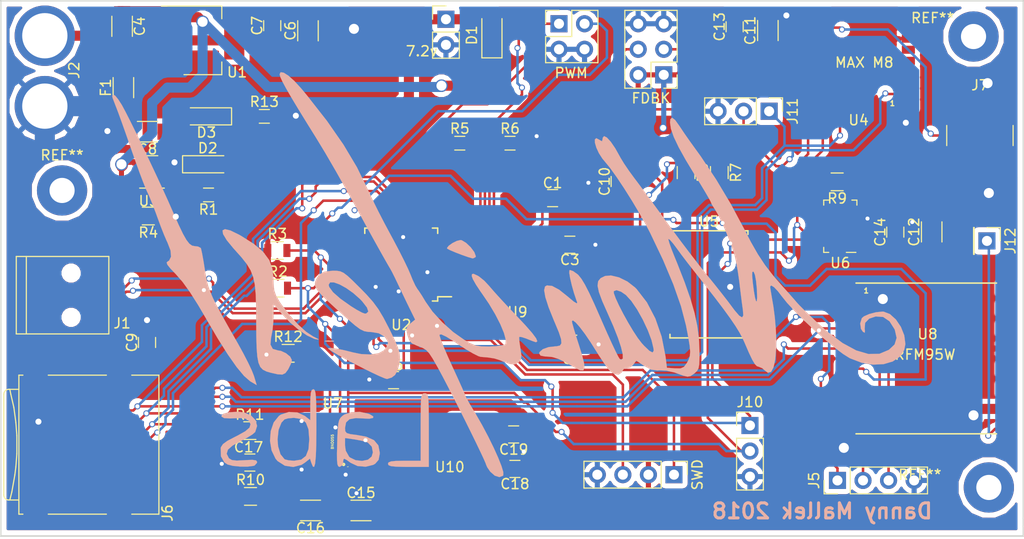
<source format=kicad_pcb>
(kicad_pcb (version 4) (host pcbnew 4.0.7)
  (layers (0 F.Cu signal) (31 B.Cu signal) (34 B.Paste user) (35 F.Paste user) (36 B.SilkS user) (37 F.SilkS user) (38 B.Mask user) (39 F.Mask user) (44 Edge.Cuts user))
  (net 0 "")
  (net 1 "Net-(BT1-Pad1)")
  (net 2 +3V3)
  (net 3 /AREF)
  (net 4 /OSC1)
  (net 5 /OSC2)
  (net 6 VBUS)
  (net 7 "Net-(C5-Pad2)")
  (net 8 +7.5V)
  (net 9 "Net-(C14-Pad1)")
  (net 10 "Net-(C17-Pad1)")
  (net 11 /OSC_IN)
  (net 12 /OSC_OUT)
  (net 13 "Net-(D2-Pad2)")
  (net 14 "Net-(D2-Pad1)")
  (net 15 "Net-(D3-Pad1)")
  (net 16 "Net-(F1-Pad2)")
  (net 17 /D-)
  (net 18 /D+)
  (net 19 /SWDIO)
  (net 20 /SWCLK)
  (net 21 "Net-(J6-Pad9)")
  (net 22 "Net-(J6-Pad8)")
  (net 23 /MISO)
  (net 24 /SCK)
  (net 25 /MOSI)
  (net 26 /CS)
  (net 27 "Net-(J6-Pad1)")
  (net 28 "Net-(J7-Pad1)")
  (net 29 /A1)
  (net 30 /A2)
  (net 31 /D9)
  (net 32 /D10)
  (net 33 /SCL)
  (net 34 /SDA)
  (net 35 /TXD)
  (net 36 /RXD)
  (net 37 "Net-(R4-Pad2)")
  (net 38 /A3)
  (net 39 "Net-(R7-Pad1)")
  (net 40 "Net-(R8-Pad1)")
  (net 41 "Net-(R9-Pad2)")
  (net 42 "Net-(R10-Pad2)")
  (net 43 "Net-(R11-Pad1)")
  (net 44 "Net-(R12-Pad2)")
  (net 45 /A0)
  (net 46 /A4)
  (net 47 /D8)
  (net 48 /D4)
  (net 49 /D3)
  (net 50 /D1)
  (net 51 /D0)
  (net 52 "Net-(U2-Pad22)")
  (net 53 /D11)
  (net 54 /D13)
  (net 55 /D12)
  (net 56 /D6)
  (net 57 /D7)
  (net 58 /TXLED)
  (net 59 /~RESET)
  (net 60 /USBHOSTEN)
  (net 61 /A5)
  (net 62 /RXLED)
  (net 63 "Net-(U4-Pad13)")
  (net 64 "Net-(U4-Pad4)")
  (net 65 "Net-(U4-Pad5)")
  (net 66 "Net-(U4-Pad6)")
  (net 67 "Net-(U4-Pad9)")
  (net 68 "Net-(U5-Pad4)")
  (net 69 "Net-(U5-Pad5)")
  (net 70 "Net-(U5-Pad6)")
  (net 71 "Net-(U5-Pad7)")
  (net 72 "Net-(U5-Pad8)")
  (net 73 "Net-(U5-Pad9)")
  (net 74 "Net-(U5-Pad10)")
  (net 75 "Net-(U5-Pad11)")
  (net 76 "Net-(U5-Pad12)")
  (net 77 "Net-(U6-Pad6)")
  (net 78 "Net-(U7-Pad21)")
  (net 79 "Net-(U7-Pad22)")
  (net 80 "Net-(U7-Pad23)")
  (net 81 "Net-(U7-Pad24)")
  (net 82 "Net-(U7-Pad1)")
  (net 83 "Net-(U7-Pad14)")
  (net 84 "Net-(U7-Pad13)")
  (net 85 "Net-(U7-Pad12)")
  (net 86 "Net-(U7-Pad10)")
  (net 87 "Net-(U7-Pad8)")
  (net 88 "Net-(U7-Pad7)")
  (net 89 "Net-(U8-Pad6)")
  (net 90 "Net-(U8-Pad7)")
  (net 91 "Net-(U8-Pad11)")
  (net 92 "Net-(U8-Pad12)")
  (net 93 "Net-(U8-Pad14)")
  (net 94 "Net-(U8-Pad15)")
  (net 95 "Net-(U8-Pad16)")
  (net 96 "Net-(J12-Pad1)")
  (net 97 GND)
  (net 98 /D2)
  (module Capacitors_SMD:C_0805 (layer F.Cu) (at 114.1095 70.4215)
    (fp_text reference C1 (at 0 -1.5) (layer F.SilkS))
    (fp_text value 1U)
    (pad 1 smd rect (at -1 0) (size 1 1.25) (layers F.Cu F.Paste F.Mask) (net 3 /AREF))
    (pad 2 smd rect (at 1 0) (size 1 1.25) (layers F.Cu F.Paste F.Mask) (net 97 GND))
  )
  (module Capacitors_SMD:C_0805 (layer F.Cu) (at 116.0145 84.8995 180)
    (fp_text reference C2 (at 0 -1.5 180) (layer F.SilkS))
    (fp_text value 22p)
    (pad 1 smd rect (at -1 0 180) (size 1 1.25) (layers F.Cu F.Paste F.Mask) (net 97 GND))
    (pad 2 smd rect (at 1 0 180) (size 1 1.25) (layers F.Cu F.Paste F.Mask) (net 4 /OSC1))
  )
  (module Capacitors_SMD:C_0805 (layer F.Cu) (at 115.824 75.057 180)
    (fp_text reference C3 (at 0 -1.5 180) (layer F.SilkS))
    (fp_text value 22p)
    (pad 1 smd rect (at -1 0 180) (size 1 1.25) (layers F.Cu F.Paste F.Mask) (net 97 GND))
    (pad 2 smd rect (at 1 0 180) (size 1 1.25) (layers F.Cu F.Paste F.Mask) (net 5 /OSC2))
  )
  (module Capacitors_SMD:C_1206 (layer F.Cu) (at 71.3105 53.34 270)
    (fp_text reference C4 (at 0 -1.75 270) (layer F.SilkS))
    (fp_text value 10u)
    (pad 1 smd rect (at -1.5 0 270) (size 1 1.6) (layers F.Cu F.Paste F.Mask) (net 6 VBUS))
    (pad 2 smd rect (at 1.5 0 270) (size 1 1.6) (layers F.Cu F.Paste F.Mask) (net 97 GND))
  )
  (module Capacitors_SMD:C_0805 (layer F.Cu) (at 98.298 88.519)
    (fp_text reference C5 (at 0 -1.5) (layer F.SilkS))
    (fp_text value 1U)
    (pad 1 smd rect (at -1 0) (size 1 1.25) (layers F.Cu F.Paste F.Mask) (net 97 GND))
    (pad 2 smd rect (at 1 0) (size 1 1.25) (layers F.Cu F.Paste F.Mask) (net 7 "Net-(C5-Pad2)"))
  )
  (module Capacitors_SMD:C_1206 (layer F.Cu) (at 89.789 53.7845 90)
    (fp_text reference C6 (at 0 -1.75 90) (layer F.SilkS))
    (fp_text value 10u)
    (pad 1 smd rect (at -1.5 0 90) (size 1 1.6) (layers F.Cu F.Paste F.Mask) (net 2 +3V3))
    (pad 2 smd rect (at 1.5 0 90) (size 1 1.6) (layers F.Cu F.Paste F.Mask) (net 97 GND))
  )
  (module Capacitors_SMD:C_0805 (layer F.Cu) (at 86.233 53.2765 90)
    (fp_text reference C7 (at 0 -1.5 90) (layer F.SilkS))
    (fp_text value 1u)
    (pad 1 smd rect (at -1 0 90) (size 1 1.25) (layers F.Cu F.Paste F.Mask) (net 2 +3V3))
    (pad 2 smd rect (at 1 0 90) (size 1 1.25) (layers F.Cu F.Paste F.Mask) (net 97 GND))
  )
  (module Capacitors_SMD:C_1206 (layer F.Cu) (at 73.8265 63.8175 180)
    (fp_text reference C8 (at 0 -1.75 180) (layer F.SilkS))
    (fp_text value 10u)
    (pad 1 smd rect (at -1.5 0 180) (size 1 1.6) (layers F.Cu F.Paste F.Mask) (net 8 +7.5V))
    (pad 2 smd rect (at 1.5 0 180) (size 1 1.6) (layers F.Cu F.Paste F.Mask) (net 97 GND))
  )
  (module Capacitors_SMD:C_0805 (layer F.Cu) (at 73.787 84.7725 90)
    (fp_text reference C9 (at 0 -1.5 90) (layer F.SilkS))
    (fp_text value 1U)
    (pad 1 smd rect (at -1 0 90) (size 1 1.25) (layers F.Cu F.Paste F.Mask) (net 2 +3V3))
    (pad 2 smd rect (at 1 0 90) (size 1 1.25) (layers F.Cu F.Paste F.Mask) (net 97 GND))
  )
  (module Capacitors_SMD:C_0805 (layer F.Cu) (at 120.777 68.7705 90)
    (fp_text reference C10 (at 0 -1.5 90) (layer F.SilkS))
    (fp_text value 1U)
    (pad 1 smd rect (at -1 0 90) (size 1 1.25) (layers F.Cu F.Paste F.Mask) (net 2 +3V3))
    (pad 2 smd rect (at 1 0 90) (size 1 1.25) (layers F.Cu F.Paste F.Mask) (net 97 GND))
  )
  (module Capacitors_SMD:C_1206 (layer F.Cu) (at 135.509 53.7605 90)
    (fp_text reference C11 (at 0 -1.75 90) (layer F.SilkS))
    (fp_text value 10u)
    (pad 1 smd rect (at -1.5 0 90) (size 1 1.6) (layers F.Cu F.Paste F.Mask) (net 2 +3V3))
    (pad 2 smd rect (at 1.5 0 90) (size 1 1.6) (layers F.Cu F.Paste F.Mask) (net 97 GND))
  )
  (module Capacitors_SMD:C_1206 (layer F.Cu) (at 151.79675 73.77925 90)
    (fp_text reference C12 (at 0 -1.75 90) (layer F.SilkS))
    (fp_text value 1u)
    (pad 1 smd rect (at -1.5 0 90) (size 1 1.6) (layers F.Cu F.Paste F.Mask) (net 2 +3V3))
    (pad 2 smd rect (at 1.5 0 90) (size 1 1.6) (layers F.Cu F.Paste F.Mask) (net 97 GND))
  )
  (module Capacitors_SMD:C_0805 (layer F.Cu) (at 132.207 53.3875 90)
    (fp_text reference C13 (at 0 -1.5 90) (layer F.SilkS))
    (fp_text value 1u)
    (pad 1 smd rect (at -1 0 90) (size 1 1.25) (layers F.Cu F.Paste F.Mask) (net 2 +3V3))
    (pad 2 smd rect (at 1 0 90) (size 1 1.25) (layers F.Cu F.Paste F.Mask) (net 97 GND))
  )
  (module Capacitors_SMD:C_0805 (layer F.Cu) (at 148.17725 73.80275 90)
    (fp_text reference C14 (at 0 -1.5 90) (layer F.SilkS))
    (fp_text value .1u)
    (pad 1 smd rect (at -1 0 90) (size 1 1.25) (layers F.Cu F.Paste F.Mask) (net 9 "Net-(C14-Pad1)"))
    (pad 2 smd rect (at 1 0 90) (size 1 1.25) (layers F.Cu F.Paste F.Mask) (net 97 GND))
  )
  (module Capacitors_SMD:C_1206 (layer F.Cu) (at 95.0595 101.473)
    (fp_text reference C15 (at 0 -1.75) (layer F.SilkS))
    (fp_text value 6.8n)
    (pad 1 smd rect (at -1.5 0) (size 1 1.6) (layers F.Cu F.Paste F.Mask) (net 97 GND))
    (pad 2 smd rect (at 1.5 0) (size 1 1.6) (layers F.Cu F.Paste F.Mask) (net 2 +3V3))
  )
  (module Capacitors_SMD:C_1206 (layer F.Cu) (at 90.043 101.473 180)
    (fp_text reference C16 (at 0 -1.75 180) (layer F.SilkS))
    (fp_text value 120n)
    (pad 1 smd rect (at -1.5 0 180) (size 1 1.6) (layers F.Cu F.Paste F.Mask) (net 97 GND))
    (pad 2 smd rect (at 1.5 0 180) (size 1 1.6) (layers F.Cu F.Paste F.Mask) (net 2 +3V3))
  )
  (module Capacitors_SMD:C_0805 (layer F.Cu) (at 84.0105 96.7105 180)
    (fp_text reference C17 (at 0.127 1.524 180) (layer F.SilkS))
    (fp_text value 100n)
    (pad 1 smd rect (at -1 0 180) (size 1 1.25) (layers F.Cu F.Paste F.Mask) (net 10 "Net-(C17-Pad1)"))
    (pad 2 smd rect (at 1 0 180) (size 1 1.25) (layers F.Cu F.Paste F.Mask) (net 97 GND))
  )
  (module Capacitors_SMD:C_0805 (layer F.Cu) (at 110.363 97.3455 180)
    (fp_text reference C18 (at 0 -1.5 180) (layer F.SilkS))
    (fp_text value 22p)
    (pad 1 smd rect (at -1 0 180) (size 1 1.25) (layers F.Cu F.Paste F.Mask) (net 97 GND))
    (pad 2 smd rect (at 1 0 180) (size 1 1.25) (layers F.Cu F.Paste F.Mask) (net 11 /OSC_IN))
  )
  (module Capacitors_SMD:C_0805 (layer F.Cu) (at 110.236 93.9165 180)
    (fp_text reference C19 (at 0 -1.5 180) (layer F.SilkS))
    (fp_text value 22p)
    (pad 1 smd rect (at -1 0 180) (size 1 1.25) (layers F.Cu F.Paste F.Mask) (net 97 GND))
    (pad 2 smd rect (at 1 0 180) (size 1 1.25) (layers F.Cu F.Paste F.Mask) (net 12 /OSC_OUT))
  )
  (module Diodes_SMD:D_SOD-123 (layer F.Cu) (at 108.077 54.229 90)
    (fp_text reference D1 (at 0 -2 90) (layer F.SilkS))
    (fp_text value D_Zener)
    (pad 1 smd rect (at -1.65 0 90) (size 0.9 1.2) (layers F.Cu F.Paste F.Mask) (net 6 VBUS))
    (pad 2 smd rect (at 1.65 0 90) (size 0.9 1.2) (layers F.Cu F.Paste F.Mask) (net 8 +7.5V))
  )
  (module LEDs:LED_1206 (layer F.Cu) (at 79.8195 67.056)
    (fp_text reference D2 (at 0 -1.6) (layer F.SilkS))
    (fp_text value LED)
    (pad 2 smd rect (at 1.65 0 180) (size 1.5 1.5) (layers F.Cu F.Paste F.Mask) (net 13 "Net-(D2-Pad2)"))
    (pad 1 smd rect (at -1.65 0 180) (size 1.5 1.5) (layers F.Cu F.Paste F.Mask) (net 14 "Net-(D2-Pad1)"))
  )
  (module LEDs:LED_1206 (layer F.Cu) (at 79.6925 62.2935 180)
    (fp_text reference D3 (at 0 -1.6 180) (layer F.SilkS))
    (fp_text value LED)
    (pad 2 smd rect (at 1.65 0) (size 1.5 1.5) (layers F.Cu F.Paste F.Mask) (net 2 +3V3))
    (pad 1 smd rect (at -1.65 0) (size 1.5 1.5) (layers F.Cu F.Paste F.Mask) (net 15 "Net-(D3-Pad1)"))
  )
  (module Capacitors_SMD:C_1206 (layer F.Cu) (at 71.4375 59.436 90)
    (fp_text reference F1 (at 0 -1.75 90) (layer F.SilkS))
    (fp_text value Fuse)
    (pad 1 smd rect (at -1.5 0 90) (size 1 1.6) (layers F.Cu F.Paste F.Mask) (net 2 +3V3))
    (pad 2 smd rect (at 1.5 0 90) (size 1 1.6) (layers F.Cu F.Paste F.Mask) (net 16 "Net-(F1-Pad2)"))
  )
  (module Connectors:USB_Mini-B (layer F.Cu) (at 66.04 80.0735)
    (fp_text reference J1 (at 5.2705 2.794) (layer F.SilkS))
    (fp_text value USB_A)
    (pad 1 smd rect (at 2.8 -1.6) (size 2.3 0.5) (layers F.Cu F.Paste F.Mask) (net 6 VBUS))
    (pad 2 smd rect (at 2.8 -0.8) (size 2.3 0.5) (layers F.Cu F.Paste F.Mask) (net 17 /D-))
    (pad 3 smd rect (at 2.8 0) (size 2.3 0.5) (layers F.Cu F.Paste F.Mask) (net 18 /D+))
    (pad 4 smd rect (at 2.8 0.8) (size 2.3 0.5) (layers F.Cu F.Paste F.Mask) (net 97 GND))
    (pad 5 smd rect (at 2.8 1.6) (size 2.3 0.5) (layers F.Cu F.Paste F.Mask) (net 97 GND))
    (pad 6 smd rect (at 2.7 -4.45) (size 2.5 2) (layers F.Cu F.Paste F.Mask))
    (pad 6 smd rect (at -2.8 -4.45) (size 2.5 2) (layers F.Cu F.Paste F.Mask))
    (pad 6 smd rect (at 2.7 4.45) (size 2.5 2) (layers F.Cu F.Paste F.Mask))
    (pad 6 smd rect (at -2.8 4.45) (size 2.5 2) (layers F.Cu F.Paste F.Mask))
    (pad "" np_thru_hole circle (at 0.2 -2.2) (size 0.9 0.9) (drill 0.9) (layers *.Cu *.Mask))
    (pad "" np_thru_hole circle (at 0.2 2.2) (size 0.9 0.9) (drill 0.9) (layers *.Cu *.Mask))
  )
  (module FoxWestern:XT60 (layer F.Cu) (at 63.627 61.2775 90)
    (fp_text reference J2 (at 3.571 2.921 90) (layer F.SilkS))
    (fp_text value Conn_01x02)
    (pad 1 thru_hole circle (at 0 0 90) (size 6 6) (drill 4.5) (layers *.Cu *.Mask) (net 97 GND))
    (pad 2 thru_hole circle (at 7 0 90) (size 6 6) (drill 4.5) (layers *.Cu *.Mask) (net 6 VBUS))
  )
  (module Pin_Headers:Pin_Header_Straight_1x04_Pitch2.54mm (layer F.Cu) (at 126.1745 97.917 270)
    (fp_text reference SWD (at 0 -2.33 270) (layer F.SilkS))
    (fp_text value SWD)
    (pad 1 thru_hole rect (at 0 0 270) (size 1.7 1.7) (drill 1) (layers *.Cu *.Mask) (net 19 /SWDIO))
    (pad 2 thru_hole oval (at 0 2.54 270) (size 1.7 1.7) (drill 1) (layers *.Cu *.Mask) (net 2 +3V3))
    (pad 3 thru_hole oval (at 0 5.08 270) (size 1.7 1.7) (drill 1) (layers *.Cu *.Mask) (net 20 /SWCLK))
    (pad 4 thru_hole oval (at 0 7.62 270) (size 1.7 1.7) (drill 1) (layers *.Cu *.Mask) (net 97 GND))
  )
  (module Pin_Headers:Pin_Header_Straight_1x02_Pitch2.54mm (layer F.Cu) (at 103.505 52.6415)
    (fp_text reference 7.2v (at -2.413 3.175) (layer F.SilkS))
    (fp_text value 7.2V)
    (pad 1 thru_hole rect (at 0 0) (size 1.7 1.7) (drill 1) (layers *.Cu *.Mask) (net 8 +7.5V))
    (pad 2 thru_hole oval (at 0 2.54) (size 1.7 1.7) (drill 1) (layers *.Cu *.Mask) (net 97 GND))
  )
  (module Connectors:microSD_Card_Receptacle_Wuerth_693072010801 (layer F.Cu) (at 68.0085 94.9325 90)
    (fp_text reference J6 (at -6.7945 7.8105 90) (layer F.SilkS))
    (fp_text value Micro_SD_Card)
    (pad 9 smd rect (at 6.875 -5.3 90) (size 1.45 2) (layers F.Cu F.Paste F.Mask) (net 21 "Net-(J6-Pad9)"))
    (pad 9 smd rect (at -6.875 -5.3 90) (size 1.45 2) (layers F.Cu F.Paste F.Mask) (net 21 "Net-(J6-Pad9)"))
    (pad 9 smd rect (at -6.875 3 90) (size 1.45 2) (layers F.Cu F.Paste F.Mask) (net 21 "Net-(J6-Pad9)"))
    (pad 9 smd rect (at 6.875 3 90) (size 1.45 2) (layers F.Cu F.Paste F.Mask) (net 21 "Net-(J6-Pad9)"))
    (pad 8 smd rect (at 4.5 -2.7 90) (size 0.8 1.5) (layers F.Cu F.Paste F.Mask) (net 22 "Net-(J6-Pad8)"))
    (pad 7 smd rect (at 3.4 -2.7 90) (size 0.8 1.5) (layers F.Cu F.Paste F.Mask) (net 23 /MISO))
    (pad 6 smd rect (at 2.3 -2.7 90) (size 0.8 1.5) (layers F.Cu F.Paste F.Mask) (net 97 GND))
    (pad 5 smd rect (at 1.2 -2.7 90) (size 0.8 1.5) (layers F.Cu F.Paste F.Mask) (net 24 /SCK))
    (pad 4 smd rect (at 0.1 -2.7 90) (size 0.8 1.5) (layers F.Cu F.Paste F.Mask) (net 2 +3V3))
    (pad 3 smd rect (at -1 -2.7 90) (size 0.8 1.5) (layers F.Cu F.Paste F.Mask) (net 25 /MOSI))
    (pad 2 smd rect (at -2.1 -2.7 90) (size 0.8 1.5) (layers F.Cu F.Paste F.Mask) (net 98 /D2))
    (pad 1 smd rect (at -3.2 -2.7 90) (size 0.8 1.5) (layers F.Cu F.Paste F.Mask) (net 27 "Net-(J6-Pad1)"))
  )
  (module Connectors:SMA_SMD_Jack_Straight (layer F.Cu) (at 156.591 64.1985)
    (fp_text reference J7 (at 0 -5) (layer F.SilkS))
    (fp_text value "RF IN")
    (pad 2 smd rect (at 0.85 2.38 20) (size 2 1) (layers F.Cu F.Paste F.Mask) (net 97 GND))
    (pad 2 smd rect (at -0.85 2.38 340) (size 2 1) (layers F.Cu F.Paste F.Mask) (net 97 GND))
    (pad 2 smd rect (at 0.85 -2.38 340) (size 2 1) (layers F.Cu F.Paste F.Mask) (net 97 GND))
    (pad 2 smd rect (at -0.85 -2.38 20) (size 2 1) (layers F.Cu F.Paste F.Mask) (net 97 GND))
    (pad 2 smd rect (at 1.515 1.749 50) (size 1 0.5) (layers F.Cu F.Paste F.Mask) (net 97 GND))
    (pad 2 smd rect (at -1.515 1.749 310) (size 1 0.5) (layers F.Cu F.Paste F.Mask) (net 97 GND))
    (pad 2 smd rect (at 1.515 -1.749 310) (size 1 0.5) (layers F.Cu F.Paste F.Mask) (net 97 GND))
    (pad 2 smd rect (at -1.515 -1.749 50) (size 1 0.5) (layers F.Cu F.Paste F.Mask) (net 97 GND))
    (pad 2 smd rect (at 2.6 2.38 90) (size 2.35 1.91) (layers F.Cu F.Paste F.Mask) (net 97 GND))
    (pad 2 smd rect (at 0 2.8 90) (size 1.51 7.11) (layers F.Cu F.Paste F.Mask) (net 97 GND))
    (pad 2 smd rect (at -2.6 2.38 90) (size 2.35 1.91) (layers F.Cu F.Paste F.Mask) (net 97 GND))
    (pad 2 smd rect (at 2.6 -2.38 90) (size 2.35 1.91) (layers F.Cu F.Paste F.Mask) (net 97 GND))
    (pad 1 smd circle (at 0 0 90) (size 1.73 1.73) (layers F.Cu F.Paste F.Mask) (net 28 "Net-(J7-Pad1)"))
    (pad 2 smd rect (at 0 -2.8 90) (size 1.51 7.11) (layers F.Cu F.Paste F.Mask) (net 97 GND))
    (pad 2 smd rect (at -2.6 -2.38 90) (size 2.35 1.91) (layers F.Cu F.Paste F.Mask) (net 97 GND))
  )
  (module Pin_Headers:Pin_Header_Straight_2x03_Pitch2.54mm (layer F.Cu) (at 125.1585 58.166 180)
    (fp_text reference FDBK (at 1.27 -2.33 180) (layer F.SilkS))
    (fp_text value FDBK)
    (pad 1 thru_hole rect (at 0 0 180) (size 1.7 1.7) (drill 1) (layers *.Cu *.Mask) (net 2 +3V3))
    (pad 2 thru_hole oval (at 2.54 0 180) (size 1.7 1.7) (drill 1) (layers *.Cu *.Mask) (net 2 +3V3))
    (pad 3 thru_hole oval (at 0 2.54 180) (size 1.7 1.7) (drill 1) (layers *.Cu *.Mask) (net 29 /A1))
    (pad 4 thru_hole oval (at 2.54 2.54 180) (size 1.7 1.7) (drill 1) (layers *.Cu *.Mask) (net 30 /A2))
    (pad 5 thru_hole oval (at 0 5.08 180) (size 1.7 1.7) (drill 1) (layers *.Cu *.Mask) (net 97 GND))
    (pad 6 thru_hole oval (at 2.54 5.08 180) (size 1.7 1.7) (drill 1) (layers *.Cu *.Mask) (net 97 GND))
  )
  (module Pin_Headers:Pin_Header_Straight_2x02_Pitch2.54mm (layer F.Cu) (at 114.7445 53.086)
    (fp_text reference PWM (at 1.2065 4.8895) (layer F.SilkS))
    (fp_text value PWM)
    (pad 1 thru_hole rect (at 0 0) (size 1.7 1.7) (drill 1) (layers *.Cu *.Mask) (net 31 /D9))
    (pad 2 thru_hole oval (at 2.54 0) (size 1.7 1.7) (drill 1) (layers *.Cu *.Mask) (net 32 /D10))
    (pad 3 thru_hole oval (at 0 2.54) (size 1.7 1.7) (drill 1) (layers *.Cu *.Mask) (net 97 GND))
    (pad 4 thru_hole oval (at 2.54 2.54) (size 1.7 1.7) (drill 1) (layers *.Cu *.Mask) (net 97 GND))
  )
  (module Pin_Headers:Pin_Header_Straight_1x03_Pitch2.54mm (layer F.Cu) (at 133.731 93.0275)
    (fp_text reference J10 (at 0 -2.33) (layer F.SilkS))
    (fp_text value I2C)
    (pad 1 thru_hole rect (at 0 0) (size 1.7 1.7) (drill 1) (layers *.Cu *.Mask) (net 33 /SCL))
    (pad 2 thru_hole oval (at 0 2.54) (size 1.7 1.7) (drill 1) (layers *.Cu *.Mask) (net 34 /SDA))
    (pad 3 thru_hole oval (at 0 5.08) (size 1.7 1.7) (drill 1) (layers *.Cu *.Mask) (net 97 GND))
  )
  (module Pin_Headers:Pin_Header_Straight_1x03_Pitch2.54mm (layer F.Cu) (at 135.636 61.7855 270)
    (fp_text reference J11 (at 0 -2.33 270) (layer F.SilkS))
    (fp_text value UART)
    (pad 1 thru_hole rect (at 0 0 270) (size 1.7 1.7) (drill 1) (layers *.Cu *.Mask) (net 35 /TXD))
    (pad 2 thru_hole oval (at 0 2.54 270) (size 1.7 1.7) (drill 1) (layers *.Cu *.Mask) (net 36 /RXD))
    (pad 3 thru_hole oval (at 0 5.08 270) (size 1.7 1.7) (drill 1) (layers *.Cu *.Mask) (net 97 GND))
  )
  (module Resistors_SMD:R_0603_HandSoldering (layer F.Cu) (at 79.9035 70.104 180)
    (fp_text reference R1 (at 0 -1.45 180) (layer F.SilkS))
    (fp_text value 1K)
    (pad 1 smd rect (at -1.1 0 180) (size 1.2 0.9) (layers F.Cu F.Paste F.Mask) (net 13 "Net-(D2-Pad2)"))
    (pad 2 smd rect (at 1.1 0 180) (size 1.2 0.9) (layers F.Cu F.Paste F.Mask) (net 6 VBUS))
  )
  (module Resistors_SMD:R_0805 (layer F.Cu) (at 86.8045 79.375)
    (fp_text reference R2 (at 0 -1.65) (layer F.SilkS))
    (fp_text value 2.2k)
    (pad 1 smd rect (at -0.95 0) (size 0.7 1.3) (layers F.Cu F.Paste F.Mask) (net 2 +3V3))
    (pad 2 smd rect (at 0.95 0) (size 0.7 1.3) (layers F.Cu F.Paste F.Mask) (net 33 /SCL))
  )
  (module Resistors_SMD:R_0805 (layer F.Cu) (at 86.7435 75.6285)
    (fp_text reference R3 (at 0 -1.65) (layer F.SilkS))
    (fp_text value 2.2k)
    (pad 1 smd rect (at -0.95 0) (size 0.7 1.3) (layers F.Cu F.Paste F.Mask) (net 2 +3V3))
    (pad 2 smd rect (at 0.95 0) (size 0.7 1.3) (layers F.Cu F.Paste F.Mask) (net 34 /SDA))
  )
  (module Resistors_SMD:R_0805 (layer F.Cu) (at 73.9165 72.1995 180)
    (fp_text reference R4 (at 0 -1.65 180) (layer F.SilkS))
    (fp_text value 2.2K)
    (pad 1 smd rect (at -0.95 0 180) (size 0.7 1.3) (layers F.Cu F.Paste F.Mask) (net 97 GND))
    (pad 2 smd rect (at 0.95 0 180) (size 0.7 1.3) (layers F.Cu F.Paste F.Mask) (net 37 "Net-(R4-Pad2)"))
  )
  (module Resistors_SMD:R_0603_HandSoldering (layer F.Cu) (at 104.8815 64.9605)
    (fp_text reference R5 (at 0 -1.45) (layer F.SilkS))
    (fp_text value 100K)
    (pad 1 smd rect (at -1.1 0) (size 1.2 0.9) (layers F.Cu F.Paste F.Mask) (net 8 +7.5V))
    (pad 2 smd rect (at 1.1 0) (size 1.2 0.9) (layers F.Cu F.Paste F.Mask) (net 38 /A3))
  )
  (module Resistors_SMD:R_0603_HandSoldering (layer F.Cu) (at 109.8755 64.9605)
    (fp_text reference R6 (at 0 -1.45) (layer F.SilkS))
    (fp_text value 100K)
    (pad 1 smd rect (at -1.1 0) (size 1.2 0.9) (layers F.Cu F.Paste F.Mask) (net 38 /A3))
    (pad 2 smd rect (at 1.1 0) (size 1.2 0.9) (layers F.Cu F.Paste F.Mask) (net 97 GND))
  )
  (module Resistors_SMD:R_0805 (layer F.Cu) (at 130.683 67.884 270)
    (fp_text reference R7 (at 0 -1.65 270) (layer F.SilkS))
    (fp_text value 10K)
    (pad 1 smd rect (at -0.95 0 270) (size 0.7 1.3) (layers F.Cu F.Paste F.Mask) (net 39 "Net-(R7-Pad1)"))
    (pad 2 smd rect (at 0.95 0 270) (size 0.7 1.3) (layers F.Cu F.Paste F.Mask) (net 2 +3V3))
  )
  (module Resistors_SMD:R_0805 (layer F.Cu) (at 127.381 67.884 270)
    (fp_text reference R8 (at 0 -1.65 270) (layer F.SilkS))
    (fp_text value 10K)
    (pad 1 smd rect (at -0.95 0 270) (size 0.7 1.3) (layers F.Cu F.Paste F.Mask) (net 40 "Net-(R8-Pad1)"))
    (pad 2 smd rect (at 0.95 0 270) (size 0.7 1.3) (layers F.Cu F.Paste F.Mask) (net 2 +3V3))
  )
  (module Resistors_SMD:R_0805 (layer F.Cu) (at 142.39875 68.80225 180)
    (fp_text reference R9 (at 0 -1.65 180) (layer F.SilkS))
    (fp_text value 10K)
    (pad 1 smd rect (at -0.95 0 180) (size 0.7 1.3) (layers F.Cu F.Paste F.Mask) (net 2 +3V3))
    (pad 2 smd rect (at 0.95 0 180) (size 0.7 1.3) (layers F.Cu F.Paste F.Mask) (net 41 "Net-(R9-Pad2)"))
  )
  (module Resistors_SMD:R_0805 (layer F.Cu) (at 84.0765 100.076)
    (fp_text reference R10 (at 0 -1.65) (layer F.SilkS))
    (fp_text value 10k)
    (pad 1 smd rect (at -0.95 0) (size 0.7 1.3) (layers F.Cu F.Paste F.Mask) (net 2 +3V3))
    (pad 2 smd rect (at 0.95 0) (size 0.7 1.3) (layers F.Cu F.Paste F.Mask) (net 42 "Net-(R10-Pad2)"))
  )
  (module Resistors_SMD:R_0805 (layer F.Cu) (at 84.008 93.5355 180)
    (fp_text reference R11 (at -0.0025 1.5875 180) (layer F.SilkS))
    (fp_text value 10k)
    (pad 1 smd rect (at -0.95 0 180) (size 0.7 1.3) (layers F.Cu F.Paste F.Mask) (net 43 "Net-(R11-Pad1)"))
    (pad 2 smd rect (at 0.95 0 180) (size 0.7 1.3) (layers F.Cu F.Paste F.Mask) (net 2 +3V3))
  )
  (module Resistors_SMD:R_0805 (layer F.Cu) (at 87.8205 85.852)
    (fp_text reference R12 (at 0 -1.65) (layer F.SilkS))
    (fp_text value 10k)
    (pad 1 smd rect (at -0.95 0) (size 0.7 1.3) (layers F.Cu F.Paste F.Mask) (net 97 GND))
    (pad 2 smd rect (at 0.95 0) (size 0.7 1.3) (layers F.Cu F.Paste F.Mask) (net 44 "Net-(R12-Pad2)"))
  )
  (module Resistors_SMD:R_0603_HandSoldering (layer F.Cu) (at 85.4505 62.2935)
    (fp_text reference R13 (at 0 -1.45) (layer F.SilkS))
    (fp_text value 1k)
    (pad 1 smd rect (at -1.1 0) (size 1.2 0.9) (layers F.Cu F.Paste F.Mask) (net 15 "Net-(D3-Pad1)"))
    (pad 2 smd rect (at 1.1 0) (size 1.2 0.9) (layers F.Cu F.Paste F.Mask) (net 97 GND))
  )
  (module Housings_QFP:TQFP-48_7x7mm_Pitch0.5mm (layer F.Cu) (at 99.06 77.0255 180)
    (fp_text reference U2 (at 0 -6 180) (layer F.SilkS))
    (fp_text value ATSAMD21G18)
    (pad 1 smd rect (at -4.35 -2.75 180) (size 1.3 0.25) (layers F.Cu F.Paste F.Mask) (net 4 /OSC1))
    (pad 2 smd rect (at -4.35 -2.25 180) (size 1.3 0.25) (layers F.Cu F.Paste F.Mask) (net 5 /OSC2))
    (pad 3 smd rect (at -4.35 -1.75 180) (size 1.3 0.25) (layers F.Cu F.Paste F.Mask) (net 45 /A0))
    (pad 4 smd rect (at -4.35 -1.25 180) (size 1.3 0.25) (layers F.Cu F.Paste F.Mask) (net 3 /AREF))
    (pad 5 smd rect (at -4.35 -0.75 180) (size 1.3 0.25) (layers F.Cu F.Paste F.Mask) (net 97 GND))
    (pad 6 smd rect (at -4.35 -0.25 180) (size 1.3 0.25) (layers F.Cu F.Paste F.Mask) (net 2 +3V3))
    (pad 7 smd rect (at -4.35 0.25 180) (size 1.3 0.25) (layers F.Cu F.Paste F.Mask) (net 29 /A1))
    (pad 8 smd rect (at -4.35 0.75 180) (size 1.3 0.25) (layers F.Cu F.Paste F.Mask) (net 30 /A2))
    (pad 9 smd rect (at -4.35 1.25 180) (size 1.3 0.25) (layers F.Cu F.Paste F.Mask) (net 38 /A3))
    (pad 10 smd rect (at -4.35 1.75 180) (size 1.3 0.25) (layers F.Cu F.Paste F.Mask) (net 46 /A4))
    (pad 11 smd rect (at -4.35 2.25 180) (size 1.3 0.25) (layers F.Cu F.Paste F.Mask) (net 47 /D8))
    (pad 12 smd rect (at -4.35 2.75 180) (size 1.3 0.25) (layers F.Cu F.Paste F.Mask) (net 31 /D9))
    (pad 13 smd rect (at -2.75 4.35 270) (size 1.3 0.25) (layers F.Cu F.Paste F.Mask) (net 48 /D4))
    (pad 14 smd rect (at -2.25 4.35 270) (size 1.3 0.25) (layers F.Cu F.Paste F.Mask) (net 49 /D3))
    (pad 15 smd rect (at -1.75 4.35 270) (size 1.3 0.25) (layers F.Cu F.Paste F.Mask) (net 50 /D1))
    (pad 16 smd rect (at -1.25 4.35 270) (size 1.3 0.25) (layers F.Cu F.Paste F.Mask) (net 51 /D0))
    (pad 17 smd rect (at -0.75 4.35 270) (size 1.3 0.25) (layers F.Cu F.Paste F.Mask) (net 2 +3V3))
    (pad 18 smd rect (at -0.25 4.35 270) (size 1.3 0.25) (layers F.Cu F.Paste F.Mask) (net 97 GND))
    (pad 19 smd rect (at 0.25 4.35 270) (size 1.3 0.25) (layers F.Cu F.Paste F.Mask) (net 25 /MOSI))
    (pad 20 smd rect (at 0.75 4.35 270) (size 1.3 0.25) (layers F.Cu F.Paste F.Mask) (net 24 /SCK))
    (pad 21 smd rect (at 1.25 4.35 270) (size 1.3 0.25) (layers F.Cu F.Paste F.Mask) (net 23 /MISO))
    (pad 22 smd rect (at 1.75 4.35 270) (size 1.3 0.25) (layers F.Cu F.Paste F.Mask) (net 52 "Net-(U2-Pad22)"))
    (pad 23 smd rect (at 2.25 4.35 270) (size 1.3 0.25) (layers F.Cu F.Paste F.Mask) (net 98 /D2))
    (pad 24 smd rect (at 2.75 4.35 270) (size 1.3 0.25) (layers F.Cu F.Paste F.Mask) (net 26 /CS))
    (pad 25 smd rect (at 4.35 2.75 180) (size 1.3 0.25) (layers F.Cu F.Paste F.Mask) (net 53 /D11))
    (pad 26 smd rect (at 4.35 2.25 180) (size 1.3 0.25) (layers F.Cu F.Paste F.Mask) (net 54 /D13))
    (pad 27 smd rect (at 4.35 1.75 180) (size 1.3 0.25) (layers F.Cu F.Paste F.Mask) (net 32 /D10))
    (pad 28 smd rect (at 4.35 1.25 180) (size 1.3 0.25) (layers F.Cu F.Paste F.Mask) (net 55 /D12))
    (pad 29 smd rect (at 4.35 0.75 180) (size 1.3 0.25) (layers F.Cu F.Paste F.Mask) (net 56 /D6))
    (pad 30 smd rect (at 4.35 0.25 180) (size 1.3 0.25) (layers F.Cu F.Paste F.Mask) (net 57 /D7))
    (pad 31 smd rect (at 4.35 -0.25 180) (size 1.3 0.25) (layers F.Cu F.Paste F.Mask) (net 34 /SDA))
    (pad 32 smd rect (at 4.35 -0.75 180) (size 1.3 0.25) (layers F.Cu F.Paste F.Mask) (net 33 /SCL))
    (pad 33 smd rect (at 4.35 -1.25 180) (size 1.3 0.25) (layers F.Cu F.Paste F.Mask) (net 17 /D-))
    (pad 34 smd rect (at 4.35 -1.75 180) (size 1.3 0.25) (layers F.Cu F.Paste F.Mask) (net 18 /D+))
    (pad 35 smd rect (at 4.35 -2.25 180) (size 1.3 0.25) (layers F.Cu F.Paste F.Mask) (net 97 GND))
    (pad 36 smd rect (at 4.35 -2.75 180) (size 1.3 0.25) (layers F.Cu F.Paste F.Mask) (net 2 +3V3))
    (pad 37 smd rect (at 2.75 -4.35 270) (size 1.3 0.25) (layers F.Cu F.Paste F.Mask) (net 35 /TXD))
    (pad 38 smd rect (at 2.25 -4.35 270) (size 1.3 0.25) (layers F.Cu F.Paste F.Mask) (net 36 /RXD))
    (pad 39 smd rect (at 1.75 -4.35 270) (size 1.3 0.25) (layers F.Cu F.Paste F.Mask) (net 58 /TXLED))
    (pad 40 smd rect (at 1.25 -4.35 270) (size 1.3 0.25) (layers F.Cu F.Paste F.Mask) (net 59 /~RESET))
    (pad 41 smd rect (at 0.75 -4.35 270) (size 1.3 0.25) (layers F.Cu F.Paste F.Mask) (net 60 /USBHOSTEN))
    (pad 42 smd rect (at 0.25 -4.35 270) (size 1.3 0.25) (layers F.Cu F.Paste F.Mask) (net 97 GND))
    (pad 43 smd rect (at -0.25 -4.35 270) (size 1.3 0.25) (layers F.Cu F.Paste F.Mask) (net 7 "Net-(C5-Pad2)"))
    (pad 44 smd rect (at -0.75 -4.35 270) (size 1.3 0.25) (layers F.Cu F.Paste F.Mask) (net 2 +3V3))
    (pad 45 smd rect (at -1.25 -4.35 270) (size 1.3 0.25) (layers F.Cu F.Paste F.Mask) (net 20 /SWCLK))
    (pad 46 smd rect (at -1.75 -4.35 270) (size 1.3 0.25) (layers F.Cu F.Paste F.Mask) (net 19 /SWDIO))
    (pad 47 smd rect (at -2.25 -4.35 270) (size 1.3 0.25) (layers F.Cu F.Paste F.Mask) (net 61 /A5))
    (pad 48 smd rect (at -2.75 -4.35 270) (size 1.3 0.25) (layers F.Cu F.Paste F.Mask) (net 62 /RXLED))
  )
  (module TO_SOT_Packages_SMD:SOT-23-5 (layer F.Cu) (at 73.957 67.8155 180)
    (fp_text reference U3 (at 0 -2.9 180) (layer F.SilkS))
    (fp_text value MCP73831)
    (pad 1 smd rect (at -1.1 -0.95 180) (size 1.06 0.65) (layers F.Cu F.Paste F.Mask) (net 14 "Net-(D2-Pad1)"))
    (pad 2 smd rect (at -1.1 0 180) (size 1.06 0.65) (layers F.Cu F.Paste F.Mask) (net 97 GND))
    (pad 3 smd rect (at -1.1 0.95 180) (size 1.06 0.65) (layers F.Cu F.Paste F.Mask) (net 8 +7.5V))
    (pad 4 smd rect (at 1.1 0.95 180) (size 1.06 0.65) (layers F.Cu F.Paste F.Mask) (net 6 VBUS))
    (pad 5 smd rect (at 1.1 -0.95 180) (size 1.06 0.65) (layers F.Cu F.Paste F.Mask) (net 37 "Net-(R4-Pad2)"))
  )
  (module Housings_SOIC:SOIC-16W_7.5x10.3mm_Pitch1.27mm (layer F.Cu) (at 129.6525 78.994)
    (fp_text reference U5 (at 0 -6.25) (layer F.SilkS))
    (fp_text value DS3231-SO16)
    (pad 1 smd rect (at -4.65 -4.445) (size 1.5 0.6) (layers F.Cu F.Paste F.Mask) (net 39 "Net-(R7-Pad1)"))
    (pad 2 smd rect (at -4.65 -3.175) (size 1.5 0.6) (layers F.Cu F.Paste F.Mask) (net 2 +3V3))
    (pad 3 smd rect (at -4.65 -1.905) (size 1.5 0.6) (layers F.Cu F.Paste F.Mask) (net 40 "Net-(R8-Pad1)"))
    (pad 4 smd rect (at -4.65 -0.635) (size 1.5 0.6) (layers F.Cu F.Paste F.Mask) (net 68 "Net-(U5-Pad4)"))
    (pad 5 smd rect (at -4.65 0.635) (size 1.5 0.6) (layers F.Cu F.Paste F.Mask) (net 69 "Net-(U5-Pad5)"))
    (pad 6 smd rect (at -4.65 1.905) (size 1.5 0.6) (layers F.Cu F.Paste F.Mask) (net 70 "Net-(U5-Pad6)"))
    (pad 7 smd rect (at -4.65 3.175) (size 1.5 0.6) (layers F.Cu F.Paste F.Mask) (net 71 "Net-(U5-Pad7)"))
    (pad 8 smd rect (at -4.65 4.445) (size 1.5 0.6) (layers F.Cu F.Paste F.Mask) (net 72 "Net-(U5-Pad8)"))
    (pad 9 smd rect (at 4.65 4.445) (size 1.5 0.6) (layers F.Cu F.Paste F.Mask) (net 73 "Net-(U5-Pad9)"))
    (pad 10 smd rect (at 4.65 3.175) (size 1.5 0.6) (layers F.Cu F.Paste F.Mask) (net 74 "Net-(U5-Pad10)"))
    (pad 11 smd rect (at 4.65 1.905) (size 1.5 0.6) (layers F.Cu F.Paste F.Mask) (net 75 "Net-(U5-Pad11)"))
    (pad 12 smd rect (at 4.65 0.635) (size 1.5 0.6) (layers F.Cu F.Paste F.Mask) (net 76 "Net-(U5-Pad12)"))
    (pad 13 smd rect (at 4.65 -0.635) (size 1.5 0.6) (layers F.Cu F.Paste F.Mask) (net 97 GND))
    (pad 14 smd rect (at 4.65 -1.905) (size 1.5 0.6) (layers F.Cu F.Paste F.Mask) (net 1 "Net-(BT1-Pad1)"))
    (pad 15 smd rect (at 4.65 -3.175) (size 1.5 0.6) (layers F.Cu F.Paste F.Mask) (net 34 /SDA))
    (pad 16 smd rect (at 4.65 -4.445) (size 1.5 0.6) (layers F.Cu F.Paste F.Mask) (net 33 /SCL))
  )
  (module Housings_LGA:LGA-8_3x5mm_Pitch1.25mm (layer F.Cu) (at 142.71175 73.21725 180)
    (fp_text reference U6 (at 0 -3.65 180) (layer F.SilkS))
    (fp_text value MPL115A2-LGA)
    (pad 4 smd rect (at -1.075 1.875 180) (size 0.95 0.55) (layers F.Cu F.Paste F.Mask) (net 2 +3V3))
    (pad 1 smd rect (at -1.075 -1.875 180) (size 0.95 0.55) (layers F.Cu F.Paste F.Mask) (net 2 +3V3))
    (pad 2 smd rect (at -1.075 -0.625 180) (size 0.95 0.55) (layers F.Cu F.Paste F.Mask) (net 9 "Net-(C14-Pad1)"))
    (pad 3 smd rect (at -1.075 0.625 180) (size 0.95 0.55) (layers F.Cu F.Paste F.Mask) (net 97 GND))
    (pad 8 smd rect (at 1.075 -1.875 180) (size 0.95 0.55) (layers F.Cu F.Paste F.Mask) (net 33 /SCL))
    (pad 7 smd rect (at 1.075 -0.625 180) (size 0.95 0.55) (layers F.Cu F.Paste F.Mask) (net 34 /SDA))
    (pad 6 smd rect (at 1.075 0.625 180) (size 0.95 0.55) (layers F.Cu F.Paste F.Mask) (net 77 "Net-(U6-Pad6)"))
    (pad 5 smd rect (at 1.075 1.875 180) (size 0.95 0.55) (layers F.Cu F.Paste F.Mask) (net 41 "Net-(R9-Pad2)"))
  )
  (module FoxWestern:BNO055-LGA (layer F.Cu) (at 93.7895 92.329 270)
    (fp_text reference U7 (at -1.4925 1.5375 360) (layer F.SilkS))
    (fp_text value BNO055)
    (fp_text user 1 (at 4.79 0.04 270) (layer F.SilkS) (effects (font (size 0.127 0.127) (thickness 0.03175))))
    (fp_text user BNO055 (at 2.31 1.57 270) (layer F.SilkS) (effects (font (size 0.25 0.25) (thickness 0.05))))
    (pad 20 smd rect (at 0 0 270) (size 0.25 0.475) (layers F.Cu F.Paste F.Mask) (net 34 /SDA))
    (pad 21 smd rect (at 0.5 0 270) (size 0.25 0.475) (layers F.Cu F.Paste F.Mask) (net 78 "Net-(U7-Pad21)"))
    (pad 22 smd rect (at 1 0 270) (size 0.25 0.475) (layers F.Cu F.Paste F.Mask) (net 79 "Net-(U7-Pad22)"))
    (pad 23 smd rect (at 1.5 0 270) (size 0.25 0.475) (layers F.Cu F.Paste F.Mask) (net 80 "Net-(U7-Pad23)"))
    (pad 24 smd rect (at 2 0 270) (size 0.25 0.475) (layers F.Cu F.Paste F.Mask) (net 81 "Net-(U7-Pad24)"))
    (pad 25 smd rect (at 2.5 0 270) (size 0.25 0.475) (layers F.Cu F.Paste F.Mask) (net 97 GND))
    (pad 26 smd rect (at 3 0 270) (size 0.25 0.475) (layers F.Cu F.Paste F.Mask) (net 12 /OSC_OUT))
    (pad 27 smd rect (at 3.5 0 270) (size 0.25 0.475) (layers F.Cu F.Paste F.Mask) (net 11 /OSC_IN))
    (pad 28 smd rect (at 4 0 270) (size 0.25 0.475) (layers F.Cu F.Paste F.Mask) (net 2 +3V3))
    (pad 1 smd rect (at 4.5 0 270) (size 0.25 0.475) (layers F.Cu F.Paste F.Mask) (net 82 "Net-(U7-Pad1)"))
    (pad 15 smd rect (at 0 3.125 270) (size 0.25 0.475) (layers F.Cu F.Paste F.Mask) (net 97 GND))
    (pad 14 smd rect (at 0.5 3.125 270) (size 0.25 0.475) (layers F.Cu F.Paste F.Mask) (net 83 "Net-(U7-Pad14)"))
    (pad 13 smd rect (at 1 3.125 270) (size 0.25 0.475) (layers F.Cu F.Paste F.Mask) (net 84 "Net-(U7-Pad13)"))
    (pad 12 smd rect (at 1.5 3.125 270) (size 0.25 0.475) (layers F.Cu F.Paste F.Mask) (net 85 "Net-(U7-Pad12)"))
    (pad 11 smd rect (at 2 3.125 270) (size 0.25 0.475) (layers F.Cu F.Paste F.Mask) (net 43 "Net-(R11-Pad1)"))
    (pad 10 smd rect (at 2.5 3.125 270) (size 0.25 0.475) (layers F.Cu F.Paste F.Mask) (net 86 "Net-(U7-Pad10)"))
    (pad 9 smd rect (at 3 3.125 270) (size 0.25 0.475) (layers F.Cu F.Paste F.Mask) (net 10 "Net-(C17-Pad1)"))
    (pad 8 smd rect (at 3.5 3.125 270) (size 0.25 0.475) (layers F.Cu F.Paste F.Mask) (net 87 "Net-(U7-Pad8)"))
    (pad 7 smd rect (at 4 3.125 270) (size 0.25 0.475) (layers F.Cu F.Paste F.Mask) (net 88 "Net-(U7-Pad7)"))
    (pad 6 smd rect (at 4.5 3.125 270) (size 0.25 0.475) (layers F.Cu F.Paste F.Mask) (net 97 GND))
    (pad 19 smd rect (at -0.12 0.8125 270) (size 0.475 0.25) (layers F.Cu F.Paste F.Mask) (net 33 /SCL))
    (pad 18 smd rect (at -0.12 1.3125 270) (size 0.475 0.25) (layers F.Cu F.Paste F.Mask) (net 97 GND))
    (pad 17 smd rect (at -0.12 1.8125 270) (size 0.475 0.25) (layers F.Cu F.Paste F.Mask) (net 44 "Net-(R12-Pad2)"))
    (pad 16 smd rect (at -0.12 2.3125 270) (size 0.475 0.25) (layers F.Cu F.Paste F.Mask) (net 97 GND))
    (pad 2 smd rect (at 4.61 0.8125 270) (size 0.475 0.25) (layers F.Cu F.Paste F.Mask) (net 97 GND))
    (pad 3 smd rect (at 4.61 1.3125 270) (size 0.475 0.25) (layers F.Cu F.Paste F.Mask) (net 2 +3V3))
    (pad 4 smd rect (at 4.61 1.8125 270) (size 0.475 0.25) (layers F.Cu F.Paste F.Mask) (net 42 "Net-(R10-Pad2)"))
    (pad 5 smd rect (at 4.61 2.3125 270) (size 0.475 0.25) (layers F.Cu F.Paste F.Mask) (net 97 GND))
  )
  (module FoxWestern:RFM95W (layer F.Cu) (at 143.258 79.376)
    (fp_text reference U8 (at 8.128 4.572) (layer F.SilkS))
    (fp_text value RFM95W)
    (fp_text user RFM95W (at 7.874 6.604) (layer F.SilkS))
    (fp_text user 1 (at 2.032 0.254) (layer F.SilkS) (effects (font (size 0.5 0.5) (thickness 0.125))))
    (pad 1 smd rect (at 0 0) (size 1.4 1) (layers F.Cu F.Paste F.Mask) (net 97 GND))
    (pad 2 smd rect (at 0 2) (size 1.4 1) (layers F.Cu F.Paste F.Mask) (net 23 /MISO))
    (pad 3 smd rect (at 0 4) (size 1.4 1) (layers F.Cu F.Paste F.Mask) (net 25 /MOSI))
    (pad 4 smd rect (at 0 6) (size 1.4 1) (layers F.Cu F.Paste F.Mask) (net 24 /SCK))
    (pad 5 smd rect (at 0 8) (size 1.4 1) (layers F.Cu F.Paste F.Mask) (net 26 /CS))
    (pad 6 smd rect (at 0 10) (size 1.4 1) (layers F.Cu F.Paste F.Mask) (net 89 "Net-(U8-Pad6)"))
    (pad 7 smd rect (at 0 12) (size 1.4 1) (layers F.Cu F.Paste F.Mask) (net 90 "Net-(U8-Pad7)"))
    (pad 8 smd rect (at 0 14) (size 1.4 1) (layers F.Cu F.Paste F.Mask) (net 97 GND))
    (pad 9 smd rect (at 16 14) (size 1.4 1) (layers F.Cu F.Paste F.Mask) (net 96 "Net-(J12-Pad1)"))
    (pad 10 smd rect (at 16 12) (size 1.4 1) (layers F.Cu F.Paste F.Mask) (net 97 GND))
    (pad 11 smd rect (at 16 10) (size 1.4 1) (layers F.Cu F.Paste F.Mask) (net 91 "Net-(U8-Pad11)"))
    (pad 12 smd rect (at 16 8) (size 1.4 1) (layers F.Cu F.Paste F.Mask) (net 92 "Net-(U8-Pad12)"))
    (pad 13 smd rect (at 16 6) (size 1.4 1) (layers F.Cu F.Paste F.Mask) (net 2 +3V3))
    (pad 14 smd rect (at 16 4) (size 1.4 1) (layers F.Cu F.Paste F.Mask) (net 93 "Net-(U8-Pad14)"))
    (pad 15 smd rect (at 16 2) (size 1.4 1) (layers F.Cu F.Paste F.Mask) (net 94 "Net-(U8-Pad15)"))
    (pad 16 smd rect (at 16 0) (size 1.4 1) (layers F.Cu F.Paste F.Mask) (net 95 "Net-(U8-Pad16)"))
  )
  (module FoxWestern:XC1195CT-ND (layer F.Cu) (at 113.0545 81.432)
    (fp_text reference U9 (at -2.4375 0.3175) (layer F.SilkS))
    (fp_text value ECS-.327-12.5-17X-TR)
    (pad 1 smd rect (at 0 0) (size 1.3 1.9) (layers F.Cu F.Paste F.Mask) (net 4 /OSC1))
    (pad 2 smd rect (at 5.5 0) (size 1.3 1.9) (layers F.Cu F.Paste F.Mask))
    (pad 3 smd rect (at 5.5 -3.2) (size 1.3 1.9) (layers F.Cu F.Paste F.Mask))
    (pad 4 smd rect (at 0 -3.2) (size 1.3 1.9) (layers F.Cu F.Paste F.Mask) (net 5 /OSC2))
  )
  (module FoxWestern:XC1195CT-ND (layer F.Cu) (at 101.219 97.2185)
    (fp_text reference U10 (at 2.667 -0.0635) (layer F.SilkS))
    (fp_text value ECS-.327-12.5-17X-TR)
    (pad 1 smd rect (at 0 0) (size 1.3 1.9) (layers F.Cu F.Paste F.Mask) (net 11 /OSC_IN))
    (pad 2 smd rect (at 5.5 0) (size 1.3 1.9) (layers F.Cu F.Paste F.Mask))
    (pad 3 smd rect (at 5.5 -3.2) (size 1.3 1.9) (layers F.Cu F.Paste F.Mask))
    (pad 4 smd rect (at 0 -3.2) (size 1.3 1.9) (layers F.Cu F.Paste F.Mask) (net 12 /OSC_OUT))
  )
  (module Pin_Headers:Pin_Header_Straight_1x01_Pitch2.54mm (layer F.Cu) (at 157.2895 74.676 270)
    (fp_text reference J12 (at 0 -2.33 270) (layer F.SilkS))
    (fp_text value 900MHz_Ant)
    (pad 1 thru_hole rect (at 0 0 270) (size 1.7 1.7) (drill 1) (layers *.Cu *.Mask) (net 96 "Net-(J12-Pad1)"))
  )
  (module TO_SOT_Packages_SMD:SOT-223-3_TabPin2 (layer F.Cu) (at 79.3115 54.737)
    (fp_text reference U1 (at 3.429 3.175) (layer F.SilkS))
    (fp_text value TL1963)
    (pad 2 smd rect (at 3.15 0) (size 2 3.8) (layers F.Cu F.Paste F.Mask) (net 97 GND))
    (pad 2 smd rect (at -3.15 0) (size 2 1.5) (layers F.Cu F.Paste F.Mask) (net 97 GND))
    (pad 3 smd rect (at -3.15 2.3) (size 2 1.5) (layers F.Cu F.Paste F.Mask) (net 16 "Net-(F1-Pad2)"))
    (pad 1 smd rect (at -3.15 -2.3) (size 2 1.5) (layers F.Cu F.Paste F.Mask) (net 6 VBUS))
  )
  (module Mounting_Holes:MountingHole_2.5mm_Pad (layer F.Cu) (at 155.956 54.356)
    (fp_text reference REF** (at -4.064 -1.8415) (layer F.SilkS))
    (fp_text value MountingHole_2.5mm_Pad)
    (pad 1 thru_hole circle (at 0 0) (size 5 5) (drill 2.5) (layers *.Cu *.Mask))
  )
  (module Mounting_Holes:MountingHole_2.5mm_Pad (layer F.Cu) (at 157.48 99.187)
    (fp_text reference REF** (at -6.858 -1.27) (layer F.SilkS))
    (fp_text value MountingHole_2.5mm_Pad)
    (pad 1 thru_hole circle (at 0 0) (size 5 5) (drill 2.5) (layers *.Cu *.Mask))
  )
  (module Mounting_Holes:MountingHole_2.5mm_Pad (layer F.Cu) (at 65.3415 69.6595)
    (fp_text reference REF** (at 0 -3.5) (layer F.SilkS))
    (fp_text value MountingHole_2.5mm_Pad)
    (pad 1 thru_hole circle (at 0 0) (size 5 5) (drill 2.5) (layers *.Cu *.Mask))
  )
  (module Pin_Headers:Pin_Header_Straight_1x04_Pitch2.54mm (layer F.Cu) (at 142.4305 98.4885 90)
    (fp_text reference J5 (at 0 -2.33 90) (layer F.SilkS))
    (fp_text value SPI)
    (pad 1 thru_hole rect (at 0 0 90) (size 1.7 1.7) (drill 1) (layers *.Cu *.Mask) (net 23 /MISO))
    (pad 2 thru_hole oval (at 0 2.54 90) (size 1.7 1.7) (drill 1) (layers *.Cu *.Mask) (net 24 /SCK))
    (pad 3 thru_hole oval (at 0 5.08 90) (size 1.7 1.7) (drill 1) (layers *.Cu *.Mask) (net 25 /MOSI))
    (pad 4 thru_hole oval (at 0 7.62 90) (size 1.7 1.7) (drill 1) (layers *.Cu *.Mask) (net 97 GND))
  )
  (module FoxWestern:MAX_M8 (layer F.Cu) (at 140.779 52.371)
    (fp_text reference U4 (at 3.747 10.3035) (layer F.SilkS))
    (fp_text value MAX-M8)
    (fp_text user 1 (at 7.112 8.636) (layer F.SilkS) (effects (font (size 0.5 0.5) (thickness 0.125))))
    (fp_text user "MAX M8" (at 4.318 4.572 180) (layer F.SilkS))
    (pad 10 smd rect (at 0 0) (size 1.3 0.8) (layers F.Cu F.Paste F.Mask) (net 97 GND))
    (pad 11 smd rect (at 0 1.1) (size 1.3 0.8) (layers F.Cu F.Paste F.Mask) (net 28 "Net-(J7-Pad1)"))
    (pad 12 smd rect (at 0 2.2) (size 1.3 0.8) (layers F.Cu F.Paste F.Mask) (net 97 GND))
    (pad 13 smd rect (at 0 3.3) (size 1.3 0.8) (layers F.Cu F.Paste F.Mask) (net 63 "Net-(U4-Pad13)"))
    (pad 14 smd rect (at 0 4.4) (size 1.3 0.8) (layers F.Cu F.Paste F.Mask) (net 2 +3V3))
    (pad 15 smd rect (at 0 5.5) (size 1.3 0.8) (layers F.Cu F.Paste F.Mask) (net 2 +3V3))
    (pad 16 smd rect (at 0 6.6) (size 1.3 0.8) (layers F.Cu F.Paste F.Mask) (net 34 /SDA))
    (pad 17 smd rect (at 0 7.7) (size 1.3 0.8) (layers F.Cu F.Paste F.Mask) (net 33 /SCL))
    (pad 18 smd rect (at 0 8.8) (size 1.3 0.8) (layers F.Cu F.Paste F.Mask))
    (pad 1 smd rect (at 8.7 8.8) (size 1.3 0.8) (layers F.Cu F.Paste F.Mask) (net 97 GND))
    (pad 2 smd rect (at 8.7 7.7) (size 1.3 0.8) (layers F.Cu F.Paste F.Mask) (net 36 /RXD))
    (pad 3 smd rect (at 8.7 6.6) (size 1.3 0.8) (layers F.Cu F.Paste F.Mask) (net 35 /TXD))
    (pad 4 smd rect (at 8.7 5.5) (size 1.3 0.8) (layers F.Cu F.Paste F.Mask) (net 64 "Net-(U4-Pad4)"))
    (pad 5 smd rect (at 8.7 4.4) (size 1.3 0.8) (layers F.Cu F.Paste F.Mask) (net 65 "Net-(U4-Pad5)"))
    (pad 6 smd rect (at 8.7 3.3) (size 1.3 0.8) (layers F.Cu F.Paste F.Mask) (net 66 "Net-(U4-Pad6)"))
    (pad 7 smd rect (at 8.7 2.2) (size 1.3 0.8) (layers F.Cu F.Paste F.Mask) (net 2 +3V3))
    (pad 8 smd rect (at 8.7 1.1) (size 1.3 0.8) (layers F.Cu F.Paste F.Mask) (net 2 +3V3))
    (pad 9 smd rect (at 8.7 0) (size 1.3 0.8) (layers F.Cu F.Paste F.Mask) (net 67 "Net-(U4-Pad9)"))
  )
  (module ManifestLabsLogo:Manifestabs (layer B.Cu) (at 109.728 78.0415 180)
    (fp_text reference G*** hide)
    (fp_text value LOGO hide)
  )
  (gr_text "Danny Mallek 2018" (at 140.9065 101.5365) (layer B.SilkS) (effects (font (size 1.5 1.5) (thickness 0.3)) (justify mirror)))
  (gr_line (start 59.2455 104.013) (end 59.2455 103.251) (angle 90) (layer Edge.Cuts) (width 0.15))
  (gr_line (start 160.909 104.013) (end 59.2455 104.013) (angle 90) (layer Edge.Cuts) (width 0.15))
  (gr_line (start 160.909 103.0605) (end 160.909 104.013) (angle 90) (layer Edge.Cuts) (width 0.15))
  (gr_line (start 160.909 102.235) (end 160.909 103.0605) (angle 90) (layer Edge.Cuts) (width 0.15))
  (gr_line (start 160.909 50.8) (end 160.909 102.235) (angle 90) (layer Edge.Cuts) (width 0.15))
  (gr_line (start 59.2455 50.8) (end 160.909 50.8) (angle 90) (layer Edge.Cuts) (width 0.15))
  (gr_line (start 59.2455 103.251) (end 59.2455 50.8) (angle 90) (layer Edge.Cuts) (width 0.15))
  (segment (start 94.71 79.7755) (end 93.262 79.7755) (width 0.25) (layer F.Cu) (net 2))
  (segment (start 93.262 79.7755) (end 93.091 79.9465) (width 0.25) (layer F.Cu) (net 2))
  (segment (start 94.71 79.7755) (end 94.71 80.994) (width 0.25) (layer F.Cu) (net 2))
  (segment (start 94.71 80.994) (end 94.8055 81.0895) (width 0.25) (layer F.Cu) (net 2))
  (segment (start 99.81 72.6755) (end 99.81 73.8385) (width 0.25) (layer F.Cu) (net 2))
  (segment (start 102.485 77.2755) (end 103.41 77.2755) (width 0.25) (layer F.Cu) (net 2))
  (segment (start 102.108 76.8985) (end 102.485 77.2755) (width 0.25) (layer F.Cu) (net 2))
  (segment (start 102.108 76.1365) (end 102.108 76.8985) (width 0.25) (layer F.Cu) (net 2))
  (segment (start 99.81 73.8385) (end 102.108 76.1365) (width 0.25) (layer F.Cu) (net 2))
  (segment (start 93.7895 96.329) (end 94.4875 96.329) (width 0.25) (layer F.Cu) (net 2))
  (segment (start 94.615 96.4565) (end 94.8055 96.4565) (width 0.25) (layer F.Cu) (net 2))
  (segment (start 94.4875 96.329) (end 94.615 96.4565) (width 0.25) (layer F.Cu) (net 2))
  (segment (start 93.7895 96.329) (end 94.932 96.329) (width 0.25) (layer F.Cu) (net 2))
  (segment (start 94.932 96.329) (end 95.6945 97.0915) (width 0.25) (layer F.Cu) (net 2))
  (segment (start 92.477 96.939) (end 92.477 98.7) (width 0.25) (layer F.Cu) (net 2))
  (segment (start 92.477 98.7) (end 92.964 99.187) (width 0.25) (layer F.Cu) (net 2))
  (segment (start 99.81 81.3755) (end 99.81 83.7445) (width 0.25) (layer F.Cu) (net 2))
  (via (at 102.616 83.1215) (size 0.6) (drill 0.4) (layers F.Cu B.Cu) (net 2))
  (segment (start 101.5365 84.201) (end 102.616 83.1215) (width 0.25) (layer B.Cu) (net 2))
  (segment (start 100.2665 84.201) (end 101.5365 84.201) (width 0.25) (layer B.Cu) (net 2))
  (segment (start 100.1395 84.074) (end 100.2665 84.201) (width 0.25) (layer B.Cu) (net 2))
  (via (at 100.1395 84.074) (size 0.6) (drill 0.4) (layers F.Cu B.Cu) (net 2))
  (segment (start 99.81 83.7445) (end 100.1395 84.074) (width 0.25) (layer F.Cu) (net 2))
  (segment (start 94.71 79.7755) (end 94.71 80.7405) (width 0.25) (layer F.Cu) (net 2))
  (segment (start 94.71 80.7405) (end 94.6785 80.772) (width 0.25) (layer F.Cu) (net 2))
  (segment (start 103.41 77.2755) (end 108.0175 77.2755) (width 0.25) (layer F.Cu) (net 2))
  (segment (start 108.0175 77.2755) (end 108.966 76.327) (width 0.25) (layer F.Cu) (net 2))
  (segment (start 125.1585 58.166) (end 125.1585 63.373) (width 0.5) (layer B.Cu) (net 2))
  (via (at 125.095 63.4365) (size 0.8) (drill 0.6) (layers F.Cu B.Cu) (net 2))
  (segment (start 125.1585 63.373) (end 125.095 63.4365) (width 0.5) (layer B.Cu) (net 2))
  (segment (start 85.8545 79.375) (end 85.8545 75.6895) (width 0.5) (layer F.Cu) (net 2))
  (segment (start 85.8545 75.6895) (end 85.7935 75.6285) (width 0.5) (layer F.Cu) (net 2))
  (segment (start 103.41 78.2755) (end 111.0815 78.2755) (width 0.25) (layer F.Cu) (net 3))
  (segment (start 113.0935 72.9615) (end 113.0935 70.5325) (width 0.25) (layer F.Cu) (net 3))
  (segment (start 111.5695 74.4855) (end 113.0935 72.9615) (width 0.25) (layer F.Cu) (net 3))
  (segment (start 111.5695 77.7875) (end 111.5695 74.4855) (width 0.25) (layer F.Cu) (net 3))
  (segment (start 111.0815 78.2755) (end 111.5695 77.7875) (width 0.25) (layer F.Cu) (net 3))
  (segment (start 113.0545 81.432) (end 113.0545 82.9395) (width 0.25) (layer F.Cu) (net 4))
  (segment (start 113.0545 82.9395) (end 115.0145 84.8995) (width 0.25) (layer F.Cu) (net 4))
  (segment (start 103.41 79.7755) (end 111.398 79.7755) (width 0.25) (layer F.Cu) (net 4))
  (segment (start 111.398 79.7755) (end 113.0545 81.432) (width 0.25) (layer F.Cu) (net 4))
  (segment (start 113.0545 78.232) (end 113.0545 76.8265) (width 0.25) (layer F.Cu) (net 5))
  (segment (start 113.0545 76.8265) (end 114.824 75.057) (width 0.25) (layer F.Cu) (net 5))
  (segment (start 103.41 79.2755) (end 112.011 79.2755) (width 0.25) (layer F.Cu) (net 5))
  (segment (start 112.011 79.2755) (end 113.0545 78.232) (width 0.25) (layer F.Cu) (net 5))
  (segment (start 108.077 55.879) (end 108.077 57.2135) (width 1) (layer F.Cu) (net 6))
  (segment (start 85.7885 59.3725) (end 79.3115 52.8955) (width 1) (layer B.Cu) (net 6))
  (segment (start 102.9335 59.3725) (end 85.7885 59.3725) (width 1) (layer B.Cu) (net 6))
  (segment (start 103.0605 59.2455) (end 102.9335 59.3725) (width 1) (layer B.Cu) (net 6))
  (via (at 103.0605 59.2455) (size 1.25) (drill 1) (layers F.Cu B.Cu) (net 6))
  (segment (start 106.045 59.2455) (end 103.0605 59.2455) (width 1) (layer F.Cu) (net 6))
  (segment (start 108.077 57.2135) (end 106.045 59.2455) (width 1) (layer F.Cu) (net 6))
  (segment (start 74.295 60.8965) (end 74.295 63.9445) (width 1) (layer B.Cu) (net 6))
  (segment (start 78.853 52.437) (end 79.3115 52.8955) (width 1) (layer F.Cu) (net 6))
  (via (at 79.3115 52.8955) (size 1.25) (drill 1) (layers F.Cu B.Cu) (net 6))
  (segment (start 79.3115 52.8955) (end 79.3115 58.166) (width 1) (layer B.Cu) (net 6))
  (segment (start 79.3115 58.166) (end 78.0415 59.436) (width 1) (layer B.Cu) (net 6))
  (segment (start 78.0415 59.436) (end 75.819 59.436) (width 1) (layer B.Cu) (net 6))
  (segment (start 75.819 59.436) (end 74.3585 60.8965) (width 1) (layer B.Cu) (net 6))
  (segment (start 74.3585 60.8965) (end 74.295 60.8965) (width 1) (layer B.Cu) (net 6))
  (segment (start 76.1615 52.437) (end 78.853 52.437) (width 1) (layer F.Cu) (net 6))
  (segment (start 71.374 67.183) (end 71.247 67.31) (width 1) (layer F.Cu) (net 6))
  (segment (start 71.247 67.056) (end 71.374 67.183) (width 1) (layer F.Cu) (net 6))
  (via (at 71.247 67.056) (size 1.25) (drill 1) (layers F.Cu B.Cu) (net 6))
  (segment (start 71.247 66.9925) (end 71.247 67.056) (width 1) (layer B.Cu) (net 6))
  (segment (start 72.7075 65.532) (end 71.247 66.9925) (width 1) (layer B.Cu) (net 6))
  (segment (start 74.295 63.9445) (end 72.7075 65.532) (width 1) (layer B.Cu) (net 6))
  (segment (start 68.84 78.4735) (end 71.0055 78.4735) (width 0.5) (layer F.Cu) (net 6))
  (segment (start 71.0055 78.4735) (end 71.247 78.232) (width 0.5) (layer F.Cu) (net 6))
  (segment (start 71.247 78.232) (end 71.247 67.31) (width 0.5) (layer F.Cu) (net 6))
  (segment (start 71.6915 66.8655) (end 72.857 66.8655) (width 0.5) (layer F.Cu) (net 6))
  (segment (start 71.247 67.31) (end 71.6915 66.8655) (width 0.5) (layer F.Cu) (net 6))
  (segment (start 78.8035 70.104) (end 74.549 70.104) (width 0.25) (layer F.Cu) (net 6))
  (segment (start 73.9775 67.986) (end 72.857 66.8655) (width 0.25) (layer F.Cu) (net 6))
  (segment (start 73.9775 69.5325) (end 73.9775 67.986) (width 0.25) (layer F.Cu) (net 6))
  (segment (start 74.549 70.104) (end 73.9775 69.5325) (width 0.25) (layer F.Cu) (net 6))
  (segment (start 71.3105 51.84) (end 75.5645 51.84) (width 1) (layer F.Cu) (net 6))
  (segment (start 75.5645 51.84) (end 76.1615 52.437) (width 1) (layer F.Cu) (net 6))
  (segment (start 63.627 54.2775) (end 68.573 54.2775) (width 1) (layer F.Cu) (net 6))
  (segment (start 68.573 54.2775) (end 71.0105 51.84) (width 1) (layer F.Cu) (net 6))
  (segment (start 71.0105 51.84) (end 71.3105 51.84) (width 1) (layer F.Cu) (net 6))
  (segment (start 99.31 81.3755) (end 99.31 88.507) (width 0.25) (layer F.Cu) (net 7))
  (segment (start 99.31 88.507) (end 99.298 88.519) (width 0.25) (layer F.Cu) (net 7))
  (segment (start 103.7815 64.9605) (end 103.7815 64.303) (width 0.25) (layer F.Cu) (net 8))
  (segment (start 109.221 52.579) (end 108.077 52.579) (width 0.25) (layer F.Cu) (net 8))
  (segment (start 110.744 54.102) (end 109.221 52.579) (width 0.25) (layer F.Cu) (net 8))
  (segment (start 110.744 55.372) (end 110.744 54.102) (width 0.25) (layer F.Cu) (net 8))
  (segment (start 110.617 55.499) (end 110.744 55.372) (width 0.25) (layer F.Cu) (net 8))
  (via (at 110.617 55.499) (size 0.6) (drill 0.4) (layers F.Cu B.Cu) (net 8))
  (segment (start 110.617 58.9915) (end 110.617 55.499) (width 0.25) (layer B.Cu) (net 8))
  (segment (start 111.0615 59.436) (end 110.617 58.9915) (width 0.25) (layer B.Cu) (net 8))
  (via (at 111.0615 59.436) (size 0.6) (drill 0.4) (layers F.Cu B.Cu) (net 8))
  (segment (start 111.0615 60.1345) (end 111.0615 59.436) (width 0.25) (layer F.Cu) (net 8))
  (segment (start 108.077 63.119) (end 111.0615 60.1345) (width 0.25) (layer F.Cu) (net 8))
  (segment (start 104.9655 63.119) (end 108.077 63.119) (width 0.25) (layer F.Cu) (net 8))
  (segment (start 103.7815 64.303) (end 104.9655 63.119) (width 0.25) (layer F.Cu) (net 8))
  (segment (start 103.505 52.6415) (end 108.0145 52.6415) (width 1) (layer F.Cu) (net 8))
  (segment (start 108.0145 52.6415) (end 108.077 52.579) (width 1) (layer F.Cu) (net 8))
  (segment (start 75.3265 63.8175) (end 76.1365 63.8175) (width 1) (layer F.Cu) (net 8))
  (segment (start 101.346 52.6415) (end 103.505 52.6415) (width 1) (layer F.Cu) (net 8))
  (segment (start 99.822 54.1655) (end 101.346 52.6415) (width 1) (layer F.Cu) (net 8))
  (segment (start 99.822 60.5155) (end 99.822 54.1655) (width 1) (layer F.Cu) (net 8))
  (segment (start 95.631 64.7065) (end 99.822 60.5155) (width 1) (layer F.Cu) (net 8))
  (segment (start 77.0255 64.7065) (end 95.631 64.7065) (width 1) (layer F.Cu) (net 8))
  (segment (start 76.1365 63.8175) (end 77.0255 64.7065) (width 1) (layer F.Cu) (net 8))
  (segment (start 75.057 66.8655) (end 75.3745 66.8655) (width 0.5) (layer F.Cu) (net 8))
  (segment (start 75.3745 66.8655) (end 75.3265 66.8175) (width 0.5) (layer F.Cu) (net 8))
  (segment (start 75.3265 66.8175) (end 75.3265 63.8175) (width 0.5) (layer F.Cu) (net 8))
  (segment (start 143.78675 73.84225) (end 145.66075 73.84225) (width 0.25) (layer F.Cu) (net 9))
  (segment (start 146.62125 74.80275) (end 148.17725 74.80275) (width 0.25) (layer F.Cu) (net 9))
  (segment (start 145.66075 73.84225) (end 146.62125 74.80275) (width 0.25) (layer F.Cu) (net 9))
  (segment (start 90.6645 95.329) (end 88.1225 95.329) (width 0.25) (layer F.Cu) (net 10))
  (segment (start 86.741 96.7105) (end 85.0105 96.7105) (width 0.25) (layer F.Cu) (net 10))
  (segment (start 88.1225 95.329) (end 86.741 96.7105) (width 0.25) (layer F.Cu) (net 10))
  (segment (start 93.7895 95.829) (end 99.8295 95.829) (width 0.25) (layer F.Cu) (net 11))
  (segment (start 99.8295 95.829) (end 101.219 97.2185) (width 0.25) (layer F.Cu) (net 11))
  (segment (start 109.363 97.3455) (end 109.363 97.647) (width 0.25) (layer F.Cu) (net 11))
  (segment (start 109.363 97.647) (end 108.1405 98.8695) (width 0.25) (layer F.Cu) (net 11))
  (segment (start 108.1405 98.8695) (end 103.886 98.8695) (width 0.25) (layer F.Cu) (net 11))
  (segment (start 103.886 98.8695) (end 102.235 97.2185) (width 0.25) (layer F.Cu) (net 11))
  (segment (start 102.235 97.2185) (end 101.219 97.2185) (width 0.25) (layer F.Cu) (net 11))
  (segment (start 93.7895 95.329) (end 99.9085 95.329) (width 0.25) (layer F.Cu) (net 12))
  (segment (start 99.9085 95.329) (end 101.219 94.0185) (width 0.25) (layer F.Cu) (net 12))
  (segment (start 109.236 93.9165) (end 109.236 93.107) (width 0.25) (layer F.Cu) (net 12))
  (segment (start 102.26 94.0185) (end 101.219 94.0185) (width 0.25) (layer F.Cu) (net 12))
  (segment (start 104.0765 92.202) (end 102.26 94.0185) (width 0.25) (layer F.Cu) (net 12))
  (segment (start 108.331 92.202) (end 104.0765 92.202) (width 0.25) (layer F.Cu) (net 12))
  (segment (start 109.236 93.107) (end 108.331 92.202) (width 0.25) (layer F.Cu) (net 12))
  (segment (start 81.0035 70.104) (end 81.0035 67.522) (width 0.25) (layer F.Cu) (net 13))
  (segment (start 81.0035 67.522) (end 81.4695 67.056) (width 0.25) (layer F.Cu) (net 13))
  (segment (start 78.1695 67.056) (end 78.1685 67.056) (width 0.25) (layer F.Cu) (net 14))
  (segment (start 78.1685 67.056) (end 76.459 68.7655) (width 0.25) (layer F.Cu) (net 14))
  (segment (start 76.459 68.7655) (end 75.057 68.7655) (width 0.25) (layer F.Cu) (net 14))
  (segment (start 81.3425 62.2935) (end 84.3505 62.2935) (width 0.25) (layer F.Cu) (net 15))
  (segment (start 76.1615 57.037) (end 72.3365 57.037) (width 1) (layer F.Cu) (net 16))
  (segment (start 72.3365 57.037) (end 71.4375 57.936) (width 1) (layer F.Cu) (net 16))
  (segment (start 68.84 79.2735) (end 71.6025 79.2735) (width 0.25) (layer F.Cu) (net 17))
  (segment (start 80.353 79.2735) (end 82.4865 81.407) (width 0.25) (layer F.Cu) (net 17))
  (segment (start 82.4865 81.407) (end 89.3445 81.407) (width 0.25) (layer F.Cu) (net 17))
  (segment (start 89.3445 81.407) (end 92.476 78.2755) (width 0.25) (layer F.Cu) (net 17))
  (segment (start 92.476 78.2755) (end 94.71 78.2755) (width 0.25) (layer F.Cu) (net 17))
  (segment (start 80.353 78.829) (end 80.353 79.2735) (width 0.25) (layer F.Cu) (net 17))
  (segment (start 79.9465 78.4225) (end 80.353 78.829) (width 0.25) (layer F.Cu) (net 17))
  (via (at 79.9465 78.4225) (size 0.6) (drill 0.4) (layers F.Cu B.Cu) (net 17))
  (segment (start 72.4535 78.4225) (end 79.9465 78.4225) (width 0.25) (layer B.Cu) (net 17))
  (segment (start 72.263 78.613) (end 72.4535 78.4225) (width 0.25) (layer B.Cu) (net 17))
  (via (at 72.263 78.613) (size 0.6) (drill 0.4) (layers F.Cu B.Cu) (net 17))
  (segment (start 71.6025 79.2735) (end 72.263 78.613) (width 0.25) (layer F.Cu) (net 17))
  (segment (start 71.723998 79.723502) (end 72.295498 79.723502) (width 0.25) (layer F.Cu) (net 18))
  (segment (start 71.723998 79.723502) (end 71.374 80.0735) (width 0.25) (layer F.Cu) (net 18))
  (segment (start 68.84 80.0735) (end 71.374 80.0735) (width 0.25) (layer F.Cu) (net 18))
  (segment (start 79.597949 79.724949) (end 80.168051 79.724949) (width 0.25) (layer F.Cu) (net 18))
  (segment (start 79.4385 79.5655) (end 79.597949 79.724949) (width 0.25) (layer F.Cu) (net 18))
  (via (at 79.4385 79.5655) (size 0.6) (drill 0.4) (layers F.Cu B.Cu) (net 18))
  (segment (start 72.4535 79.5655) (end 79.4385 79.5655) (width 0.25) (layer B.Cu) (net 18))
  (segment (start 72.39 79.629) (end 72.4535 79.5655) (width 0.25) (layer B.Cu) (net 18))
  (via (at 72.39 79.629) (size 0.6) (drill 0.4) (layers F.Cu B.Cu) (net 18))
  (segment (start 72.295498 79.723502) (end 72.39 79.629) (width 0.25) (layer F.Cu) (net 18))
  (segment (start 94.71 78.7755) (end 92.612398 78.7755) (width 0.25) (layer F.Cu) (net 18))
  (segment (start 82.300104 81.857002) (end 80.168051 79.724949) (width 0.25) (layer F.Cu) (net 18))
  (segment (start 80.168051 79.724949) (end 80.166604 79.723502) (width 0.25) (layer F.Cu) (net 18))
  (segment (start 89.530896 81.857002) (end 82.300104 81.857002) (width 0.25) (layer F.Cu) (net 18))
  (segment (start 92.612398 78.7755) (end 89.530896 81.857002) (width 0.25) (layer F.Cu) (net 18))
  (segment (start 126.1745 97.917) (end 126.1745 90.6145) (width 0.25) (layer F.Cu) (net 19))
  (segment (start 126.1745 90.6145) (end 125.5395 89.9795) (width 0.25) (layer F.Cu) (net 19))
  (segment (start 100.81 83.03) (end 100.81 81.3755) (width 0.25) (layer F.Cu) (net 19))
  (segment (start 101.854 84.074) (end 100.81 83.03) (width 0.25) (layer F.Cu) (net 19))
  (segment (start 108.1405 84.074) (end 101.854 84.074) (width 0.25) (layer F.Cu) (net 19))
  (segment (start 111.5695 87.503) (end 108.1405 84.074) (width 0.25) (layer F.Cu) (net 19))
  (segment (start 123.063 87.503) (end 111.5695 87.503) (width 0.25) (layer F.Cu) (net 19))
  (segment (start 125.6665 90.1065) (end 125.5395 89.9795) (width 0.25) (layer F.Cu) (net 19))
  (segment (start 125.5395 89.9795) (end 123.063 87.503) (width 0.25) (layer F.Cu) (net 19))
  (segment (start 121.0945 97.917) (end 121.0945 88.9635) (width 0.25) (layer F.Cu) (net 20))
  (segment (start 121.0945 88.9635) (end 120.084002 87.953002) (width 0.25) (layer F.Cu) (net 20))
  (segment (start 100.31 81.3755) (end 100.31 83.166398) (width 0.25) (layer F.Cu) (net 20))
  (segment (start 111.383104 87.953002) (end 120.084002 87.953002) (width 0.25) (layer F.Cu) (net 20))
  (segment (start 107.954104 84.524002) (end 111.383104 87.953002) (width 0.25) (layer F.Cu) (net 20))
  (segment (start 101.667604 84.524002) (end 107.954104 84.524002) (width 0.25) (layer F.Cu) (net 20))
  (segment (start 100.31 83.166398) (end 101.667604 84.524002) (width 0.25) (layer F.Cu) (net 20))
  (segment (start 142.4305 98.4885) (end 142.4305 97.282) (width 0.25) (layer F.Cu) (net 23))
  (segment (start 140.9065 82.2325) (end 138.303 82.2325) (width 0.25) (layer B.Cu) (net 23))
  (segment (start 141.605 82.931) (end 140.9065 82.2325) (width 0.25) (layer B.Cu) (net 23))
  (segment (start 141.605 87.5665) (end 141.605 82.931) (width 0.25) (layer B.Cu) (net 23))
  (segment (start 140.7795 88.392) (end 141.605 87.5665) (width 0.25) (layer B.Cu) (net 23))
  (via (at 140.7795 88.392) (size 0.6) (drill 0.4) (layers F.Cu B.Cu) (net 23))
  (segment (start 140.7795 95.631) (end 140.7795 88.392) (width 0.25) (layer F.Cu) (net 23))
  (segment (start 142.4305 97.282) (end 140.7795 95.631) (width 0.25) (layer F.Cu) (net 23))
  (segment (start 111.887 90.222496) (end 121.166208 90.222496) (width 0.25) (layer B.Cu) (net 23))
  (segment (start 139.1595 81.376) (end 143.258 81.376) (width 0.25) (layer F.Cu) (net 23))
  (segment (start 138.303 82.2325) (end 139.1595 81.376) (width 0.25) (layer F.Cu) (net 23))
  (via (at 138.303 82.2325) (size 0.6) (drill 0.4) (layers F.Cu B.Cu) (net 23))
  (segment (start 136.2075 84.328) (end 138.303 82.2325) (width 0.25) (layer B.Cu) (net 23))
  (segment (start 136.2075 86.674704) (end 136.2075 84.328) (width 0.25) (layer B.Cu) (net 23))
  (segment (start 135.326708 87.555496) (end 136.2075 86.674704) (width 0.25) (layer B.Cu) (net 23))
  (segment (start 123.833208 87.555496) (end 135.326708 87.555496) (width 0.25) (layer B.Cu) (net 23))
  (segment (start 121.166208 90.222496) (end 123.833208 87.555496) (width 0.25) (layer B.Cu) (net 23))
  (segment (start 81.28 89.281) (end 82.243504 89.281) (width 0.25) (layer B.Cu) (net 23))
  (segment (start 78.738602 91.1225) (end 80.580102 89.281) (width 0.25) (layer F.Cu) (net 23))
  (segment (start 80.580102 89.281) (end 81.28 89.281) (width 0.25) (layer F.Cu) (net 23))
  (via (at 81.28 89.281) (size 0.6) (drill 0.4) (layers F.Cu B.Cu) (net 23))
  (segment (start 72.8345 91.1225) (end 78.738602 91.1225) (width 0.25) (layer F.Cu) (net 23))
  (segment (start 83.185 90.222496) (end 111.887 90.222496) (width 0.25) (layer B.Cu) (net 23))
  (segment (start 111.887 90.222496) (end 111.9505 90.222496) (width 0.25) (layer B.Cu) (net 23))
  (segment (start 82.243504 89.281) (end 83.185 90.222496) (width 0.25) (layer B.Cu) (net 23))
  (segment (start 65.3085 91.5325) (end 72.4245 91.5325) (width 0.25) (layer F.Cu) (net 23))
  (segment (start 97.81 70.886) (end 97.81 72.6755) (width 0.25) (layer F.Cu) (net 23))
  (segment (start 96.647 69.723) (end 97.81 70.886) (width 0.25) (layer F.Cu) (net 23))
  (segment (start 95.377 69.723) (end 96.647 69.723) (width 0.25) (layer F.Cu) (net 23))
  (segment (start 93.345 69.723) (end 95.377 69.723) (width 0.25) (layer F.Cu) (net 23))
  (via (at 93.345 69.723) (size 0.6) (drill 0.4) (layers F.Cu B.Cu) (net 23))
  (segment (start 89.0905 69.723) (end 93.345 69.723) (width 0.25) (layer B.Cu) (net 23))
  (segment (start 84.328 74.4855) (end 89.0905 69.723) (width 0.25) (layer B.Cu) (net 23))
  (segment (start 84.328 77.978) (end 84.328 74.4855) (width 0.25) (layer B.Cu) (net 23))
  (segment (start 79.248 83.058) (end 84.328 77.978) (width 0.25) (layer B.Cu) (net 23))
  (segment (start 79.248 84.709) (end 79.248 83.058) (width 0.25) (layer B.Cu) (net 23))
  (segment (start 72.8345 91.1225) (end 79.248 84.709) (width 0.25) (layer B.Cu) (net 23))
  (via (at 72.8345 91.1225) (size 0.6) (drill 0.4) (layers F.Cu B.Cu) (net 23))
  (segment (start 72.4245 91.5325) (end 72.8345 91.1225) (width 0.25) (layer F.Cu) (net 23))
  (segment (start 143.258 85.376) (end 145.6375 85.376) (width 0.25) (layer F.Cu) (net 24))
  (segment (start 144.9705 94.9325) (end 144.9705 98.4885) (width 0.25) (layer F.Cu) (net 24))
  (segment (start 146.6215 93.2815) (end 144.9705 94.9325) (width 0.25) (layer F.Cu) (net 24))
  (segment (start 146.6215 86.36) (end 146.6215 93.2815) (width 0.25) (layer F.Cu) (net 24))
  (segment (start 145.6375 85.376) (end 146.6215 86.36) (width 0.25) (layer F.Cu) (net 24))
  (segment (start 115.316 90.672498) (end 121.352604 90.672498) (width 0.25) (layer B.Cu) (net 24))
  (segment (start 82.111002 90.17) (end 82.6135 90.672498) (width 0.25) (layer B.Cu) (net 24))
  (segment (start 82.6135 90.672498) (end 115.316 90.672498) (width 0.25) (layer B.Cu) (net 24))
  (segment (start 78.6765 91.821) (end 80.3275 90.17) (width 0.25) (layer F.Cu) (net 24))
  (segment (start 80.3275 90.17) (end 81.28 90.17) (width 0.25) (layer F.Cu) (net 24))
  (via (at 81.28 90.17) (size 0.6) (drill 0.4) (layers F.Cu B.Cu) (net 24))
  (segment (start 73.7235 91.821) (end 78.6765 91.821) (width 0.25) (layer F.Cu) (net 24))
  (segment (start 81.28 90.17) (end 82.111002 90.17) (width 0.25) (layer B.Cu) (net 24))
  (segment (start 137.5095 85.376) (end 143.258 85.376) (width 0.25) (layer F.Cu) (net 24))
  (segment (start 137.0965 84.963) (end 137.5095 85.376) (width 0.25) (layer F.Cu) (net 24))
  (via (at 137.0965 84.963) (size 0.6) (drill 0.4) (layers F.Cu B.Cu) (net 24))
  (segment (start 137.0965 86.422102) (end 137.0965 84.963) (width 0.25) (layer B.Cu) (net 24))
  (segment (start 135.513104 88.005498) (end 137.0965 86.422102) (width 0.25) (layer B.Cu) (net 24))
  (segment (start 124.019604 88.005498) (end 135.513104 88.005498) (width 0.25) (layer B.Cu) (net 24))
  (segment (start 121.352604 90.672498) (end 124.019604 88.005498) (width 0.25) (layer B.Cu) (net 24))
  (segment (start 65.3085 93.7325) (end 71.812 93.7325) (width 0.25) (layer F.Cu) (net 24))
  (segment (start 98.31 70.749602) (end 98.31 72.6755) (width 0.25) (layer F.Cu) (net 24))
  (segment (start 96.330898 68.7705) (end 98.31 70.749602) (width 0.25) (layer F.Cu) (net 24))
  (segment (start 91.059 68.7705) (end 96.330898 68.7705) (width 0.25) (layer F.Cu) (net 24))
  (segment (start 90.551 69.2785) (end 91.059 68.7705) (width 0.25) (layer F.Cu) (net 24))
  (segment (start 90.551 69.85) (end 90.551 69.2785) (width 0.25) (layer F.Cu) (net 24))
  (segment (start 89.916 70.485) (end 90.551 69.85) (width 0.25) (layer F.Cu) (net 24))
  (via (at 89.916 70.485) (size 0.6) (drill 0.4) (layers F.Cu B.Cu) (net 24))
  (segment (start 88.964898 70.485) (end 89.916 70.485) (width 0.25) (layer B.Cu) (net 24))
  (segment (start 84.778002 74.671896) (end 88.964898 70.485) (width 0.25) (layer B.Cu) (net 24))
  (segment (start 84.778002 78.226498) (end 84.778002 74.671896) (width 0.25) (layer B.Cu) (net 24))
  (segment (start 83.3755 79.629) (end 84.778002 78.226498) (width 0.25) (layer B.Cu) (net 24))
  (segment (start 83.313398 79.629) (end 83.3755 79.629) (width 0.25) (layer B.Cu) (net 24))
  (segment (start 79.698002 83.244396) (end 83.313398 79.629) (width 0.25) (layer B.Cu) (net 24))
  (segment (start 79.698002 85.147998) (end 79.698002 83.244396) (width 0.25) (layer B.Cu) (net 24))
  (segment (start 75.470449 89.375551) (end 79.698002 85.147998) (width 0.25) (layer B.Cu) (net 24))
  (segment (start 75.470449 90.074051) (end 75.470449 89.375551) (width 0.25) (layer B.Cu) (net 24))
  (segment (start 73.7235 91.821) (end 75.470449 90.074051) (width 0.25) (layer B.Cu) (net 24))
  (via (at 73.7235 91.821) (size 0.6) (drill 0.4) (layers F.Cu B.Cu) (net 24))
  (segment (start 71.812 93.7325) (end 73.7235 91.821) (width 0.25) (layer F.Cu) (net 24))
  (segment (start 147.5105 98.4885) (end 147.5105 85.5345) (width 0.25) (layer F.Cu) (net 25))
  (segment (start 145.352 83.376) (end 143.258 83.376) (width 0.25) (layer F.Cu) (net 25))
  (segment (start 147.5105 85.5345) (end 145.352 83.376) (width 0.25) (layer F.Cu) (net 25))
  (segment (start 116.5225 91.1225) (end 121.539 91.1225) (width 0.25) (layer B.Cu) (net 25))
  (segment (start 78.359 92.9005) (end 80.137 91.1225) (width 0.25) (layer F.Cu) (net 25))
  (segment (start 80.137 91.1225) (end 81.28 91.1225) (width 0.25) (layer F.Cu) (net 25))
  (via (at 81.28 91.1225) (size 0.6) (drill 0.4) (layers F.Cu B.Cu) (net 25))
  (segment (start 74.295 92.9005) (end 78.359 92.9005) (width 0.25) (layer F.Cu) (net 25))
  (segment (start 81.28 91.1225) (end 116.5225 91.1225) (width 0.25) (layer B.Cu) (net 25))
  (segment (start 140.779 83.376) (end 143.258 83.376) (width 0.25) (layer F.Cu) (net 25))
  (segment (start 140.589 83.566) (end 140.779 83.376) (width 0.25) (layer F.Cu) (net 25))
  (via (at 140.589 83.566) (size 0.6) (drill 0.4) (layers F.Cu B.Cu) (net 25))
  (segment (start 135.6995 88.4555) (end 140.589 83.566) (width 0.25) (layer B.Cu) (net 25))
  (segment (start 124.206 88.4555) (end 135.6995 88.4555) (width 0.25) (layer B.Cu) (net 25))
  (segment (start 121.539 91.1225) (end 124.206 88.4555) (width 0.25) (layer B.Cu) (net 25))
  (segment (start 98.81 72.6755) (end 98.81 70.613204) (width 0.25) (layer F.Cu) (net 25))
  (segment (start 89.2175 69.088) (end 89.985002 68.320498) (width 0.25) (layer F.Cu) (net 25))
  (segment (start 89.985002 68.320498) (end 96.517294 68.320498) (width 0.25) (layer F.Cu) (net 25))
  (segment (start 96.517294 68.320498) (end 98.760002 70.563206) (width 0.25) (layer F.Cu) (net 25))
  (segment (start 89.2175 69.088) (end 89.2175 71.4375) (width 0.25) (layer F.Cu) (net 25))
  (segment (start 98.81 70.613204) (end 98.760002 70.563206) (width 0.25) (layer F.Cu) (net 25))
  (segment (start 65.3085 95.9325) (end 71.263 95.9325) (width 0.25) (layer F.Cu) (net 25))
  (segment (start 71.263 95.9325) (end 74.295 92.9005) (width 0.25) (layer F.Cu) (net 25))
  (via (at 74.295 92.9005) (size 0.6) (drill 0.4) (layers F.Cu B.Cu) (net 25))
  (segment (start 74.295 92.9005) (end 75.920451 91.275049) (width 0.25) (layer B.Cu) (net 25))
  (segment (start 75.920451 91.275049) (end 75.920451 89.624049) (width 0.25) (layer B.Cu) (net 25))
  (segment (start 75.920451 89.624049) (end 80.148004 85.396496) (width 0.25) (layer B.Cu) (net 25))
  (segment (start 80.148004 85.396496) (end 80.148004 83.430792) (width 0.25) (layer B.Cu) (net 25))
  (segment (start 80.148004 83.430792) (end 83.441796 80.137) (width 0.25) (layer B.Cu) (net 25))
  (segment (start 83.441796 80.137) (end 83.693 80.137) (width 0.25) (layer B.Cu) (net 25))
  (segment (start 83.693 80.137) (end 85.228004 78.601996) (width 0.25) (layer B.Cu) (net 25))
  (segment (start 85.228004 78.601996) (end 85.228004 74.858292) (width 0.25) (layer B.Cu) (net 25))
  (segment (start 85.228004 74.858292) (end 88.648796 71.4375) (width 0.25) (layer B.Cu) (net 25))
  (segment (start 88.648796 71.4375) (end 89.2175 71.4375) (width 0.25) (layer B.Cu) (net 25))
  (via (at 89.2175 71.4375) (size 0.6) (drill 0.4) (layers F.Cu B.Cu) (net 25))
  (segment (start 89.2175 71.4375) (end 89.0905 71.3105) (width 0.25) (layer F.Cu) (net 25))
  (segment (start 151.1935 88.4555) (end 146.05 88.4555) (width 0.25) (layer B.Cu) (net 26))
  (segment (start 96.31 71.546398) (end 95.889104 71.125502) (width 0.25) (layer F.Cu) (net 26))
  (segment (start 95.889104 71.125502) (end 94.926998 71.125502) (width 0.25) (layer F.Cu) (net 26))
  (segment (start 94.926998 71.125502) (end 94.4245 71.628) (width 0.25) (layer F.Cu) (net 26))
  (via (at 94.4245 71.628) (size 0.6) (drill 0.4) (layers F.Cu B.Cu) (net 26))
  (segment (start 94.4245 71.628) (end 97.8535 68.199) (width 0.25) (layer B.Cu) (net 26))
  (segment (start 97.8535 68.199) (end 103.9495 68.199) (width 0.25) (layer B.Cu) (net 26))
  (segment (start 103.9495 68.199) (end 106.2355 70.485) (width 0.25) (layer B.Cu) (net 26))
  (segment (start 106.2355 70.485) (end 109.474 70.485) (width 0.25) (layer B.Cu) (net 26))
  (segment (start 109.474 70.485) (end 111.506 72.517) (width 0.25) (layer B.Cu) (net 26))
  (segment (start 111.506 72.517) (end 126.0475 72.517) (width 0.25) (layer B.Cu) (net 26))
  (segment (start 126.0475 72.517) (end 126.111 72.5805) (width 0.25) (layer B.Cu) (net 26))
  (via (at 126.111 72.5805) (size 0.6) (drill 0.4) (layers F.Cu B.Cu) (net 26))
  (segment (start 126.111 72.5805) (end 126.4285 72.898) (width 0.25) (layer F.Cu) (net 26))
  (segment (start 126.4285 72.898) (end 131.0005 72.898) (width 0.25) (layer F.Cu) (net 26))
  (via (at 131.0005 72.898) (size 0.6) (drill 0.4) (layers F.Cu B.Cu) (net 26))
  (segment (start 131.0005 72.898) (end 131.064 72.9615) (width 0.25) (layer B.Cu) (net 26))
  (segment (start 131.064 72.9615) (end 135.382 72.9615) (width 0.25) (layer B.Cu) (net 26))
  (segment (start 135.382 72.9615) (end 136.271 73.8505) (width 0.25) (layer B.Cu) (net 26))
  (segment (start 136.271 73.8505) (end 136.271 78.1685) (width 0.25) (layer B.Cu) (net 26))
  (segment (start 136.271 78.1685) (end 137.2235 79.121) (width 0.25) (layer B.Cu) (net 26))
  (segment (start 137.2235 79.121) (end 139.7 79.121) (width 0.25) (layer B.Cu) (net 26))
  (segment (start 139.7 79.121) (end 141.351 77.47) (width 0.25) (layer B.Cu) (net 26))
  (segment (start 141.351 77.47) (end 148.7805 77.47) (width 0.25) (layer B.Cu) (net 26))
  (segment (start 148.7805 77.47) (end 151.1935 79.883) (width 0.25) (layer B.Cu) (net 26))
  (segment (start 151.1935 79.883) (end 151.1935 88.4555) (width 0.25) (layer B.Cu) (net 26))
  (segment (start 96.31 72.6755) (end 96.31 71.546398) (width 0.25) (layer F.Cu) (net 26))
  (segment (start 144.9705 87.376) (end 143.258 87.376) (width 0.25) (layer F.Cu) (net 26))
  (segment (start 145.288 87.6935) (end 144.9705 87.376) (width 0.25) (layer F.Cu) (net 26))
  (via (at 145.288 87.6935) (size 0.6) (drill 0.4) (layers F.Cu B.Cu) (net 26))
  (segment (start 146.05 88.4555) (end 145.288 87.6935) (width 0.25) (layer B.Cu) (net 26))
  (segment (start 156.591 64.1985) (end 151.892 64.1985) (width 0.25) (layer F.Cu) (net 28))
  (segment (start 142.6885 53.471) (end 140.779 53.471) (width 0.25) (layer F.Cu) (net 28))
  (segment (start 142.875 53.6575) (end 142.6885 53.471) (width 0.25) (layer F.Cu) (net 28))
  (via (at 142.875 53.6575) (size 0.6) (drill 0.4) (layers F.Cu B.Cu) (net 28))
  (segment (start 147.447 53.6575) (end 142.875 53.6575) (width 0.25) (layer B.Cu) (net 28))
  (segment (start 151.1935 57.404) (end 147.447 53.6575) (width 0.25) (layer B.Cu) (net 28))
  (segment (start 151.1935 63.5) (end 151.1935 57.404) (width 0.25) (layer B.Cu) (net 28))
  (segment (start 151.7015 64.008) (end 151.1935 63.5) (width 0.25) (layer B.Cu) (net 28))
  (via (at 151.7015 64.008) (size 0.6) (drill 0.4) (layers F.Cu B.Cu) (net 28))
  (segment (start 151.892 64.1985) (end 151.7015 64.008) (width 0.25) (layer F.Cu) (net 28))
  (segment (start 103.41 76.7755) (end 106.996296 76.7755) (width 0.25) (layer F.Cu) (net 29))
  (segment (start 126.9365 55.626) (end 125.1585 55.626) (width 0.25) (layer F.Cu) (net 29))
  (segment (start 128.3335 57.023) (end 126.9365 55.626) (width 0.25) (layer F.Cu) (net 29))
  (segment (start 128.3335 60.071) (end 128.3335 57.023) (width 0.25) (layer F.Cu) (net 29))
  (segment (start 126.8095 61.595) (end 128.3335 60.071) (width 0.25) (layer F.Cu) (net 29))
  (segment (start 118.365398 61.595) (end 126.8095 61.595) (width 0.25) (layer F.Cu) (net 29))
  (segment (start 112.454396 67.506002) (end 118.365398 61.595) (width 0.25) (layer F.Cu) (net 29))
  (segment (start 110.612896 67.506002) (end 112.454396 67.506002) (width 0.25) (layer F.Cu) (net 29))
  (segment (start 108.278504 69.840394) (end 110.612896 67.506002) (width 0.25) (layer F.Cu) (net 29))
  (segment (start 108.278504 75.493292) (end 108.278504 69.840394) (width 0.25) (layer F.Cu) (net 29))
  (segment (start 106.996296 76.7755) (end 108.278504 75.493292) (width 0.25) (layer F.Cu) (net 29))
  (segment (start 103.41 76.2755) (end 106.859898 76.2755) (width 0.25) (layer F.Cu) (net 30))
  (segment (start 121.412 55.626) (end 122.6185 55.626) (width 0.25) (layer F.Cu) (net 30))
  (segment (start 120.523 56.515) (end 121.412 55.626) (width 0.25) (layer F.Cu) (net 30))
  (segment (start 120.523 58.801) (end 120.523 56.515) (width 0.25) (layer F.Cu) (net 30))
  (segment (start 112.268 67.056) (end 120.523 58.801) (width 0.25) (layer F.Cu) (net 30))
  (segment (start 110.4265 67.056) (end 112.268 67.056) (width 0.25) (layer F.Cu) (net 30))
  (segment (start 107.828502 69.653998) (end 110.4265 67.056) (width 0.25) (layer F.Cu) (net 30))
  (segment (start 107.828502 75.306896) (end 107.828502 69.653998) (width 0.25) (layer F.Cu) (net 30))
  (segment (start 106.859898 76.2755) (end 107.828502 75.306896) (width 0.25) (layer F.Cu) (net 30))
  (segment (start 103.41 74.2755) (end 105.9375 74.2755) (width 0.25) (layer F.Cu) (net 31))
  (segment (start 113.3475 53.086) (end 114.7445 53.086) (width 0.25) (layer F.Cu) (net 31))
  (segment (start 111.887 54.5465) (end 113.3475 53.086) (width 0.25) (layer F.Cu) (net 31))
  (segment (start 111.887 56.8325) (end 111.887 54.5465) (width 0.25) (layer F.Cu) (net 31))
  (segment (start 107.6325 61.087) (end 111.887 56.8325) (width 0.25) (layer F.Cu) (net 31))
  (segment (start 105.156 61.087) (end 107.6325 61.087) (width 0.25) (layer F.Cu) (net 31))
  (segment (start 102.108 64.135) (end 105.156 61.087) (width 0.25) (layer F.Cu) (net 31))
  (segment (start 102.108 65.3415) (end 102.108 64.135) (width 0.25) (layer F.Cu) (net 31))
  (segment (start 103.0605 66.294) (end 102.108 65.3415) (width 0.25) (layer F.Cu) (net 31))
  (segment (start 104.394 66.294) (end 103.0605 66.294) (width 0.25) (layer F.Cu) (net 31))
  (segment (start 106.928498 68.828498) (end 104.394 66.294) (width 0.25) (layer F.Cu) (net 31))
  (segment (start 106.928498 73.284502) (end 106.928498 68.828498) (width 0.25) (layer F.Cu) (net 31))
  (segment (start 105.9375 74.2755) (end 106.928498 73.284502) (width 0.25) (layer F.Cu) (net 31))
  (segment (start 94.71 75.2755) (end 92.23 75.2755) (width 0.25) (layer F.Cu) (net 32))
  (segment (start 118.8085 53.086) (end 117.2845 53.086) (width 0.25) (layer B.Cu) (net 32))
  (segment (start 119.507 53.7845) (end 118.8085 53.086) (width 0.25) (layer B.Cu) (net 32))
  (segment (start 119.507 56.4515) (end 119.507 53.7845) (width 0.25) (layer B.Cu) (net 32))
  (segment (start 117.7925 58.166) (end 119.507 56.4515) (width 0.25) (layer B.Cu) (net 32))
  (segment (start 114.681 58.166) (end 117.7925 58.166) (width 0.25) (layer B.Cu) (net 32))
  (segment (start 111.0615 61.7855) (end 114.681 58.166) (width 0.25) (layer B.Cu) (net 32))
  (segment (start 102.743 61.7855) (end 111.0615 61.7855) (width 0.25) (layer B.Cu) (net 32))
  (segment (start 93.1545 71.374) (end 102.743 61.7855) (width 0.25) (layer B.Cu) (net 32))
  (segment (start 92.7735 71.374) (end 93.1545 71.374) (width 0.25) (layer B.Cu) (net 32))
  (segment (start 92.202 71.9455) (end 92.7735 71.374) (width 0.25) (layer B.Cu) (net 32))
  (via (at 92.202 71.9455) (size 0.6) (drill 0.4) (layers F.Cu B.Cu) (net 32))
  (segment (start 91.3765 72.771) (end 92.202 71.9455) (width 0.25) (layer F.Cu) (net 32))
  (segment (start 91.3765 74.422) (end 91.3765 72.771) (width 0.25) (layer F.Cu) (net 32))
  (segment (start 92.23 75.2755) (end 91.3765 74.422) (width 0.25) (layer F.Cu) (net 32))
  (segment (start 137.16 74.549) (end 137.16 68.3895) (width 0.25) (layer F.Cu) (net 33))
  (segment (start 139.954 60.071) (end 140.779 60.071) (width 0.25) (layer F.Cu) (net 33))
  (segment (start 139.5095 60.5155) (end 139.954 60.071) (width 0.25) (layer F.Cu) (net 33))
  (segment (start 139.5095 66.04) (end 139.5095 60.5155) (width 0.25) (layer F.Cu) (net 33))
  (segment (start 137.16 68.3895) (end 139.5095 66.04) (width 0.25) (layer F.Cu) (net 33))
  (segment (start 134.3025 74.549) (end 137.16 74.549) (width 0.25) (layer F.Cu) (net 33))
  (segment (start 137.16 74.549) (end 139.446 74.549) (width 0.25) (layer F.Cu) (net 33))
  (segment (start 139.98925 75.09225) (end 141.63675 75.09225) (width 0.25) (layer F.Cu) (net 33))
  (segment (start 139.446 74.549) (end 139.98925 75.09225) (width 0.25) (layer F.Cu) (net 33))
  (segment (start 133.731 93.0275) (end 133.731 92.075) (width 0.25) (layer F.Cu) (net 33))
  (segment (start 132.1435 74.549) (end 134.3025 74.549) (width 0.25) (layer F.Cu) (net 33))
  (segment (start 131.7625 74.93) (end 132.1435 74.549) (width 0.25) (layer F.Cu) (net 33))
  (via (at 131.7625 74.93) (size 0.6) (drill 0.4) (layers F.Cu B.Cu) (net 33))
  (segment (start 131.7625 76.708) (end 131.7625 74.93) (width 0.25) (layer B.Cu) (net 33))
  (segment (start 131.5085 76.962) (end 131.7625 76.708) (width 0.25) (layer B.Cu) (net 33))
  (via (at 131.5085 76.962) (size 0.6) (drill 0.4) (layers F.Cu B.Cu) (net 33))
  (segment (start 129.990002 78.480498) (end 131.5085 76.962) (width 0.25) (layer F.Cu) (net 33))
  (segment (start 129.990002 88.334002) (end 129.990002 78.480498) (width 0.25) (layer F.Cu) (net 33))
  (segment (start 133.731 92.075) (end 129.990002 88.334002) (width 0.25) (layer F.Cu) (net 33))
  (segment (start 133.477 92.7735) (end 117.0305 92.7735) (width 0.25) (layer B.Cu) (net 33))
  (segment (start 91.5035 84.8995) (end 93.4085 86.8045) (width 0.25) (layer B.Cu) (net 33))
  (segment (start 93.4085 86.8045) (end 109.22 86.8045) (width 0.25) (layer B.Cu) (net 33))
  (segment (start 109.22 86.8045) (end 110.9345 88.519) (width 0.25) (layer B.Cu) (net 33))
  (segment (start 110.9345 88.519) (end 113.3475 88.519) (width 0.25) (layer B.Cu) (net 33))
  (segment (start 113.3475 88.519) (end 113.9825 89.154) (width 0.25) (layer B.Cu) (net 33))
  (via (at 113.9825 89.154) (size 0.6) (drill 0.4) (layers F.Cu B.Cu) (net 33))
  (segment (start 113.9825 89.154) (end 114.1095 89.281) (width 0.25) (layer F.Cu) (net 33))
  (segment (start 114.1095 89.281) (end 114.1095 91.7575) (width 0.25) (layer F.Cu) (net 33))
  (via (at 114.1095 91.7575) (size 0.6) (drill 0.4) (layers F.Cu B.Cu) (net 33))
  (segment (start 114.1095 91.7575) (end 115.1255 92.7735) (width 0.25) (layer B.Cu) (net 33))
  (segment (start 115.1255 92.7735) (end 117.0305 92.7735) (width 0.25) (layer B.Cu) (net 33))
  (segment (start 91.5035 84.8995) (end 91.5035 82.931) (width 0.25) (layer B.Cu) (net 33))
  (segment (start 133.477 92.7735) (end 133.731 93.0275) (width 0.25) (layer B.Cu) (net 33))
  (segment (start 92.977 92.209) (end 92.977 84.4045) (width 0.25) (layer F.Cu) (net 33))
  (via (at 91.5035 82.931) (size 0.6) (drill 0.4) (layers F.Cu B.Cu) (net 33))
  (segment (start 92.964 84.3915) (end 91.5035 82.931) (width 0.25) (layer F.Cu) (net 33))
  (segment (start 92.977 84.4045) (end 92.964 84.4175) (width 0.25) (layer F.Cu) (net 33))
  (segment (start 92.964 84.4175) (end 92.964 84.455) (width 0.25) (layer F.Cu) (net 33))
  (segment (start 92.964 84.455) (end 92.964 84.3915) (width 0.25) (layer F.Cu) (net 33))
  (via (at 89.789 79.375) (size 0.6) (drill 0.4) (layers F.Cu B.Cu) (net 33))
  (segment (start 89.789 79.4385) (end 89.789 79.375) (width 0.25) (layer B.Cu) (net 33))
  (segment (start 89.789 81.2165) (end 89.789 79.4385) (width 0.25) (layer B.Cu) (net 33))
  (segment (start 91.5035 82.931) (end 89.789 81.2165) (width 0.25) (layer B.Cu) (net 33))
  (segment (start 87.7545 79.375) (end 89.789 79.375) (width 0.25) (layer F.Cu) (net 33))
  (segment (start 89.789 79.375) (end 90.3605 79.375) (width 0.25) (layer F.Cu) (net 33))
  (segment (start 91.96 77.7755) (end 94.71 77.7755) (width 0.25) (layer F.Cu) (net 33))
  (segment (start 90.3605 79.375) (end 91.96 77.7755) (width 0.25) (layer F.Cu) (net 33))
  (segment (start 138.43 73.0885) (end 138.43 68.199) (width 0.25) (layer F.Cu) (net 34))
  (segment (start 142.8545 58.971) (end 140.779 58.971) (width 0.25) (layer F.Cu) (net 34))
  (segment (start 143.51 59.6265) (end 142.8545 58.971) (width 0.25) (layer F.Cu) (net 34))
  (segment (start 143.51 61.214) (end 143.51 59.6265) (width 0.25) (layer F.Cu) (net 34))
  (segment (start 140.97 63.754) (end 143.51 61.214) (width 0.25) (layer F.Cu) (net 34))
  (segment (start 140.97 65.659) (end 140.97 63.754) (width 0.25) (layer F.Cu) (net 34))
  (segment (start 138.43 68.199) (end 140.97 65.659) (width 0.25) (layer F.Cu) (net 34))
  (segment (start 134.3025 75.819) (end 136.779 75.819) (width 0.25) (layer F.Cu) (net 34))
  (segment (start 139.18375 73.84225) (end 141.63675 73.84225) (width 0.25) (layer F.Cu) (net 34))
  (segment (start 138.43 73.0885) (end 139.18375 73.84225) (width 0.25) (layer F.Cu) (net 34))
  (via (at 138.43 73.0885) (size 0.6) (drill 0.4) (layers F.Cu B.Cu) (net 34))
  (segment (start 138.1125 73.406) (end 138.43 73.0885) (width 0.25) (layer B.Cu) (net 34))
  (segment (start 138.1125 76.1365) (end 138.1125 73.406) (width 0.25) (layer B.Cu) (net 34))
  (segment (start 137.6045 76.6445) (end 138.1125 76.1365) (width 0.25) (layer B.Cu) (net 34))
  (via (at 137.6045 76.6445) (size 0.6) (drill 0.4) (layers F.Cu B.Cu) (net 34))
  (segment (start 136.779 75.819) (end 137.6045 76.6445) (width 0.25) (layer F.Cu) (net 34))
  (segment (start 133.731 95.5675) (end 132.842 95.5675) (width 0.25) (layer F.Cu) (net 34))
  (segment (start 130.6195 75.819) (end 134.3025 75.819) (width 0.25) (layer F.Cu) (net 34))
  (segment (start 129.54 76.8985) (end 130.6195 75.819) (width 0.25) (layer F.Cu) (net 34))
  (segment (start 129.54 92.2655) (end 129.54 76.8985) (width 0.25) (layer F.Cu) (net 34))
  (segment (start 132.842 95.5675) (end 129.54 92.2655) (width 0.25) (layer F.Cu) (net 34))
  (segment (start 93.7895 89.789) (end 110.2995 89.789) (width 0.25) (layer F.Cu) (net 34))
  (segment (start 131.3815 95.5675) (end 133.731 95.5675) (width 0.25) (layer B.Cu) (net 34))
  (segment (start 130.683 94.869) (end 131.3815 95.5675) (width 0.25) (layer B.Cu) (net 34))
  (segment (start 116.205 94.869) (end 130.683 94.869) (width 0.25) (layer B.Cu) (net 34))
  (segment (start 114.9985 93.6625) (end 116.205 94.869) (width 0.25) (layer B.Cu) (net 34))
  (via (at 114.9985 93.6625) (size 0.6) (drill 0.4) (layers F.Cu B.Cu) (net 34))
  (segment (start 114.427 93.6625) (end 114.9985 93.6625) (width 0.25) (layer F.Cu) (net 34))
  (segment (start 111.506 90.7415) (end 114.427 93.6625) (width 0.25) (layer F.Cu) (net 34))
  (segment (start 111.252 90.7415) (end 111.506 90.7415) (width 0.25) (layer F.Cu) (net 34))
  (segment (start 110.2995 89.789) (end 111.252 90.7415) (width 0.25) (layer F.Cu) (net 34))
  (segment (start 93.7895 92.329) (end 93.7895 89.789) (width 0.25) (layer F.Cu) (net 34))
  (segment (start 93.7895 89.789) (end 93.7895 83.2485) (width 0.25) (layer F.Cu) (net 34))
  (via (at 92.964 82.423) (size 0.6) (drill 0.4) (layers F.Cu B.Cu) (net 34))
  (segment (start 92.964 82.423) (end 91.059 80.518) (width 0.25) (layer B.Cu) (net 34))
  (segment (start 91.059 80.518) (end 91.059 76.327) (width 0.25) (layer B.Cu) (net 34))
  (via (at 91.059 76.327) (size 0.6) (drill 0.4) (layers F.Cu B.Cu) (net 34))
  (segment (start 91.059 76.327) (end 91.09075 76.29525) (width 0.25) (layer F.Cu) (net 34))
  (segment (start 91.09075 76.29525) (end 91.02725 76.29525) (width 0.25) (layer F.Cu) (net 34))
  (segment (start 91.02725 76.29525) (end 90.9955 76.2635) (width 0.25) (layer F.Cu) (net 34))
  (segment (start 90.9955 76.2635) (end 90.9955 76.2) (width 0.25) (layer F.Cu) (net 34))
  (segment (start 93.7895 83.2485) (end 92.964 82.423) (width 0.25) (layer F.Cu) (net 34))
  (segment (start 87.6935 75.6285) (end 90.424 75.6285) (width 0.25) (layer F.Cu) (net 34))
  (segment (start 92.071 77.2755) (end 94.71 77.2755) (width 0.25) (layer F.Cu) (net 34))
  (segment (start 90.424 75.6285) (end 90.9955 76.2) (width 0.25) (layer F.Cu) (net 34))
  (segment (start 90.9955 76.2) (end 92.071 77.2755) (width 0.25) (layer F.Cu) (net 34))
  (segment (start 137.164104 65.208998) (end 137.164104 63.313604) (width 0.25) (layer B.Cu) (net 35))
  (segment (start 137.164104 63.313604) (end 135.636 61.7855) (width 0.25) (layer B.Cu) (net 35))
  (segment (start 146.515 58.971) (end 149.479 58.971) (width 0.25) (layer F.Cu) (net 35))
  (segment (start 142.6845 62.8015) (end 146.515 58.971) (width 0.25) (layer F.Cu) (net 35))
  (segment (start 142.6845 64.1985) (end 142.6845 62.8015) (width 0.25) (layer F.Cu) (net 35))
  (segment (start 96.31 81.3755) (end 96.31 84.9435) (width 0.25) (layer F.Cu) (net 35))
  (segment (start 96.31 84.9435) (end 96.5835 85.217) (width 0.25) (layer F.Cu) (net 35))
  (via (at 96.5835 85.217) (size 0.6) (drill 0.4) (layers F.Cu B.Cu) (net 35))
  (segment (start 96.5835 85.217) (end 96.9645 84.836) (width 0.25) (layer B.Cu) (net 35))
  (segment (start 96.9645 84.836) (end 100.6475 84.836) (width 0.25) (layer B.Cu) (net 35))
  (segment (start 100.6475 84.836) (end 100.959498 85.147998) (width 0.25) (layer B.Cu) (net 35))
  (segment (start 100.959498 85.147998) (end 110.549396 85.147998) (width 0.25) (layer B.Cu) (net 35))
  (segment (start 110.549396 85.147998) (end 111.946396 86.544998) (width 0.25) (layer B.Cu) (net 35))
  (segment (start 111.946396 86.544998) (end 127.512104 86.544998) (width 0.25) (layer B.Cu) (net 35))
  (segment (start 127.512104 86.544998) (end 128.518498 85.538604) (width 0.25) (layer B.Cu) (net 35))
  (segment (start 128.518498 85.538604) (end 128.518498 72.267104) (width 0.25) (layer B.Cu) (net 35))
  (segment (start 128.518498 72.267104) (end 129.671104 71.114498) (width 0.25) (layer B.Cu) (net 35))
  (segment (start 129.671104 71.114498) (end 134.243104 71.114498) (width 0.25) (layer B.Cu) (net 35))
  (segment (start 134.243104 71.114498) (end 134.931998 70.425604) (width 0.25) (layer B.Cu) (net 35))
  (segment (start 134.931998 70.425604) (end 134.931998 67.441104) (width 0.25) (layer B.Cu) (net 35))
  (segment (start 134.931998 67.441104) (end 137.164104 65.208998) (width 0.25) (layer B.Cu) (net 35))
  (segment (start 137.164104 65.208998) (end 141.674002 65.208998) (width 0.25) (layer B.Cu) (net 35))
  (segment (start 141.674002 65.208998) (end 142.6845 64.1985) (width 0.25) (layer B.Cu) (net 35))
  (via (at 142.6845 64.1985) (size 0.6) (drill 0.4) (layers F.Cu B.Cu) (net 35))
  (segment (start 137.9855 65.659) (end 137.9855 66.2305) (width 0.25) (layer B.Cu) (net 36))
  (segment (start 133.096 64.008) (end 133.096 61.7855) (width 0.25) (layer F.Cu) (net 36))
  (segment (start 136.3345 67.2465) (end 133.096 64.008) (width 0.25) (layer F.Cu) (net 36))
  (segment (start 136.9695 67.2465) (end 136.3345 67.2465) (width 0.25) (layer F.Cu) (net 36))
  (segment (start 137.668 66.548) (end 136.9695 67.2465) (width 0.25) (layer F.Cu) (net 36))
  (via (at 137.668 66.548) (size 0.6) (drill 0.4) (layers F.Cu B.Cu) (net 36))
  (segment (start 137.9855 66.2305) (end 137.668 66.548) (width 0.25) (layer B.Cu) (net 36))
  (segment (start 147.2565 60.071) (end 149.479 60.071) (width 0.25) (layer F.Cu) (net 36))
  (segment (start 147.193 60.0075) (end 147.2565 60.071) (width 0.25) (layer F.Cu) (net 36))
  (via (at 147.193 60.0075) (size 0.6) (drill 0.4) (layers F.Cu B.Cu) (net 36))
  (segment (start 146.685 60.5155) (end 147.193 60.0075) (width 0.25) (layer B.Cu) (net 36))
  (segment (start 146.685 62.9285) (end 146.685 60.5155) (width 0.25) (layer B.Cu) (net 36))
  (segment (start 110.363 85.598) (end 111.76 86.995) (width 0.25) (layer B.Cu) (net 36))
  (segment (start 111.76 86.995) (end 127.6985 86.995) (width 0.25) (layer B.Cu) (net 36))
  (segment (start 127.6985 86.995) (end 128.9685 85.725) (width 0.25) (layer B.Cu) (net 36))
  (segment (start 128.9685 85.725) (end 128.9685 72.4535) (width 0.25) (layer B.Cu) (net 36))
  (segment (start 128.9685 72.4535) (end 129.8575 71.5645) (width 0.25) (layer B.Cu) (net 36))
  (segment (start 129.8575 71.5645) (end 134.4295 71.5645) (width 0.25) (layer B.Cu) (net 36))
  (segment (start 134.4295 71.5645) (end 135.382 70.612) (width 0.25) (layer B.Cu) (net 36))
  (segment (start 135.382 70.612) (end 135.382 67.6275) (width 0.25) (layer B.Cu) (net 36))
  (segment (start 135.382 67.6275) (end 137.3505 65.659) (width 0.25) (layer B.Cu) (net 36))
  (segment (start 137.3505 65.659) (end 137.9855 65.659) (width 0.25) (layer B.Cu) (net 36))
  (segment (start 137.9855 65.659) (end 144.018 65.659) (width 0.25) (layer B.Cu) (net 36))
  (segment (start 144.018 65.659) (end 146.685 62.992) (width 0.25) (layer B.Cu) (net 36))
  (segment (start 146.685 62.992) (end 146.685 62.9285) (width 0.25) (layer B.Cu) (net 36))
  (segment (start 96.81 81.3755) (end 96.81 84.4275) (width 0.25) (layer F.Cu) (net 36))
  (via (at 97.9805 85.598) (size 0.6) (drill 0.4) (layers F.Cu B.Cu) (net 36))
  (segment (start 96.81 84.4275) (end 97.9805 85.598) (width 0.25) (layer F.Cu) (net 36))
  (segment (start 97.9805 85.598) (end 110.363 85.598) (width 0.25) (layer B.Cu) (net 36))
  (segment (start 72.857 68.7655) (end 72.857 72.09) (width 0.25) (layer F.Cu) (net 37))
  (segment (start 72.857 72.09) (end 72.9665 72.1995) (width 0.25) (layer F.Cu) (net 37))
  (segment (start 103.41 75.7755) (end 106.7235 75.7755) (width 0.25) (layer F.Cu) (net 38))
  (segment (start 107.3785 75.1205) (end 107.3785 71.501) (width 0.25) (layer F.Cu) (net 38))
  (segment (start 106.7235 75.7755) (end 107.3785 75.1205) (width 0.25) (layer F.Cu) (net 38))
  (segment (start 107.3785 64.9605) (end 107.3785 71.247) (width 0.25) (layer F.Cu) (net 38))
  (segment (start 107.3785 71.247) (end 107.3785 71.501) (width 0.25) (layer F.Cu) (net 38))
  (segment (start 107.3785 71.4375) (end 107.3785 71.501) (width 0.25) (layer F.Cu) (net 38))
  (segment (start 105.9815 64.9605) (end 107.3785 64.9605) (width 0.25) (layer F.Cu) (net 38))
  (segment (start 107.3785 64.9605) (end 108.7755 64.9605) (width 0.25) (layer F.Cu) (net 38))
  (segment (start 125.0025 74.549) (end 125.0025 68.932) (width 0.25) (layer F.Cu) (net 39))
  (segment (start 130.683 65.278) (end 130.683 66.934) (width 0.25) (layer F.Cu) (net 39))
  (segment (start 130.1115 64.7065) (end 130.683 65.278) (width 0.25) (layer F.Cu) (net 39))
  (segment (start 125.1585 64.7065) (end 130.1115 64.7065) (width 0.25) (layer F.Cu) (net 39))
  (segment (start 123.952 65.913) (end 125.1585 64.7065) (width 0.25) (layer F.Cu) (net 39))
  (segment (start 123.952 67.8815) (end 123.952 65.913) (width 0.25) (layer F.Cu) (net 39))
  (segment (start 125.0025 68.932) (end 123.952 67.8815) (width 0.25) (layer F.Cu) (net 39))
  (segment (start 125.0025 77.089) (end 123.571 77.089) (width 0.25) (layer F.Cu) (net 40))
  (segment (start 125.598 66.934) (end 127.381 66.934) (width 0.25) (layer F.Cu) (net 40))
  (segment (start 125.476 67.056) (end 125.598 66.934) (width 0.25) (layer F.Cu) (net 40))
  (via (at 125.476 67.056) (size 0.6) (drill 0.4) (layers F.Cu B.Cu) (net 40))
  (segment (start 125.476 68.326) (end 125.476 67.056) (width 0.25) (layer B.Cu) (net 40))
  (segment (start 123.698 70.104) (end 125.476 68.326) (width 0.25) (layer B.Cu) (net 40))
  (via (at 123.698 70.104) (size 0.6) (drill 0.4) (layers F.Cu B.Cu) (net 40))
  (segment (start 122.809 70.993) (end 123.698 70.104) (width 0.25) (layer F.Cu) (net 40))
  (segment (start 122.809 76.327) (end 122.809 70.993) (width 0.25) (layer F.Cu) (net 40))
  (segment (start 123.571 77.089) (end 122.809 76.327) (width 0.25) (layer F.Cu) (net 40))
  (segment (start 141.63675 71.34225) (end 141.63675 68.99025) (width 0.25) (layer F.Cu) (net 41))
  (segment (start 141.63675 68.99025) (end 141.44875 68.80225) (width 0.25) (layer F.Cu) (net 41))
  (segment (start 141.70525 71.27375) (end 141.63675 71.34225) (width 0.25) (layer F.Cu) (net 41))
  (segment (start 91.977 96.939) (end 91.977 99.4755) (width 0.25) (layer F.Cu) (net 42))
  (segment (start 85.979 100.076) (end 85.0265 100.076) (width 0.25) (layer F.Cu) (net 42))
  (segment (start 86.36 99.695) (end 85.979 100.076) (width 0.25) (layer F.Cu) (net 42))
  (segment (start 91.7575 99.695) (end 86.36 99.695) (width 0.25) (layer F.Cu) (net 42))
  (segment (start 91.977 99.4755) (end 91.7575 99.695) (width 0.25) (layer F.Cu) (net 42))
  (segment (start 90.6645 94.329) (end 85.7515 94.329) (width 0.25) (layer F.Cu) (net 43))
  (segment (start 85.7515 94.329) (end 84.958 93.5355) (width 0.25) (layer F.Cu) (net 43))
  (segment (start 91.977 92.209) (end 91.977 86.8335) (width 0.25) (layer F.Cu) (net 44))
  (segment (start 90.9955 85.852) (end 88.7705 85.852) (width 0.25) (layer F.Cu) (net 44))
  (segment (start 91.977 86.8335) (end 90.9955 85.852) (width 0.25) (layer F.Cu) (net 44))
  (segment (start 159.258 93.376) (end 158.084 93.376) (width 0.25) (layer F.Cu) (net 96))
  (segment (start 157.48 93.98) (end 157.48 74.8665) (width 0.25) (layer B.Cu) (net 96))
  (segment (start 157.4165 94.0435) (end 157.48 93.98) (width 0.25) (layer B.Cu) (net 96))
  (via (at 157.4165 94.0435) (size 0.6) (drill 0.4) (layers F.Cu B.Cu) (net 96))
  (segment (start 158.084 93.376) (end 157.4165 94.0435) (width 0.25) (layer F.Cu) (net 96))
  (segment (start 157.48 74.8665) (end 157.2895 74.676) (width 0.25) (layer B.Cu) (net 96))
  (segment (start 90.6645 92.329) (end 89.408 92.329) (width 0.25) (layer F.Cu) (net 97))
  (via (at 89.154 92.583) (size 0.6) (drill 0.4) (layers F.Cu B.Cu) (net 97))
  (segment (start 89.408 92.329) (end 89.154 92.583) (width 0.25) (layer F.Cu) (net 97))
  (segment (start 93.5595 101.473) (end 93.5595 100.814) (width 0.25) (layer F.Cu) (net 97))
  (segment (start 93.5595 100.814) (end 94.615 99.7585) (width 0.25) (layer F.Cu) (net 97))
  (via (at 94.615 99.7585) (size 0.6) (drill 0.4) (layers F.Cu B.Cu) (net 97))
  (segment (start 92.5195 101.473) (end 92.5195 101.4095) (width 0.25) (layer F.Cu) (net 97))
  (segment (start 92.5195 101.4095) (end 92.5195 101.473) (width 0.25) (layer F.Cu) (net 97))
  (via (at 111.236 95.631) (size 0.6) (drill 0.4) (layers F.Cu B.Cu) (net 97))
  (segment (start 111.236 95.631) (end 111.252 95.631) (width 0.25) (layer B.Cu) (net 97))
  (segment (start 111.236 93.9165) (end 111.236 95.631) (width 0.25) (layer F.Cu) (net 97))
  (segment (start 111.236 95.631) (end 111.236 97.2185) (width 0.25) (layer F.Cu) (net 97))
  (segment (start 111.236 97.2185) (end 111.363 97.3455) (width 0.25) (layer F.Cu) (net 97))
  (segment (start 92.977 96.939) (end 92.977 97.3585) (width 0.25) (layer F.Cu) (net 97))
  (via (at 93.5355 97.917) (size 0.6) (drill 0.4) (layers F.Cu B.Cu) (net 97))
  (segment (start 92.977 97.3585) (end 93.5355 97.917) (width 0.25) (layer F.Cu) (net 97))
  (segment (start 92.477 92.209) (end 92.477 93.1755) (width 0.25) (layer F.Cu) (net 97))
  (via (at 92.5195 93.218) (size 0.6) (drill 0.4) (layers F.Cu B.Cu) (net 97))
  (segment (start 92.477 93.1755) (end 92.5195 93.218) (width 0.25) (layer F.Cu) (net 97))
  (segment (start 93.7895 94.829) (end 95.163 94.829) (width 0.25) (layer F.Cu) (net 97))
  (via (at 95.504 94.488) (size 0.6) (drill 0.4) (layers F.Cu B.Cu) (net 97))
  (segment (start 95.163 94.829) (end 95.504 94.488) (width 0.25) (layer F.Cu) (net 97))
  (segment (start 90.6645 96.829) (end 89.734 96.829) (width 0.25) (layer F.Cu) (net 97))
  (segment (start 89.734 96.829) (end 89.154 97.409) (width 0.25) (layer F.Cu) (net 97))
  (via (at 89.154 97.409) (size 0.6) (drill 0.4) (layers F.Cu B.Cu) (net 97))
  (segment (start 83.0105 96.7105) (end 81.3435 96.7105) (width 0.25) (layer F.Cu) (net 97))
  (via (at 81.2165 96.8375) (size 0.6) (drill 0.4) (layers F.Cu B.Cu) (net 97))
  (segment (start 81.3435 96.7105) (end 81.2165 96.8375) (width 0.25) (layer F.Cu) (net 97))
  (segment (start 65.3085 92.6325) (end 63.006 92.6325) (width 0.5) (layer F.Cu) (net 97))
  (via (at 62.992 92.6465) (size 0.8) (drill 0.6) (layers F.Cu B.Cu) (net 97))
  (segment (start 63.006 92.6325) (end 62.992 92.6465) (width 0.5) (layer F.Cu) (net 97))
  (segment (start 86.8705 85.852) (end 85.7885 85.852) (width 0.25) (layer F.Cu) (net 97))
  (via (at 85.6615 85.979) (size 0.6) (drill 0.4) (layers F.Cu B.Cu) (net 97))
  (segment (start 85.7885 85.852) (end 85.6615 85.979) (width 0.25) (layer F.Cu) (net 97))
  (segment (start 97.298 88.519) (end 95.9485 88.519) (width 0.25) (layer F.Cu) (net 97))
  (via (at 95.885 88.4555) (size 0.6) (drill 0.4) (layers F.Cu B.Cu) (net 97))
  (segment (start 95.9485 88.519) (end 95.885 88.4555) (width 0.25) (layer F.Cu) (net 97))
  (segment (start 94.71 79.2755) (end 96.4925 79.2755) (width 0.25) (layer F.Cu) (net 97))
  (via (at 96.52 79.248) (size 0.6) (drill 0.4) (layers F.Cu B.Cu) (net 97))
  (segment (start 96.4925 79.2755) (end 96.52 79.248) (width 0.25) (layer F.Cu) (net 97))
  (segment (start 98.81 81.3755) (end 98.81 79.6965) (width 0.25) (layer F.Cu) (net 97))
  (via (at 98.806 79.6925) (size 0.6) (drill 0.4) (layers F.Cu B.Cu) (net 97))
  (segment (start 98.81 79.6965) (end 98.806 79.6925) (width 0.25) (layer F.Cu) (net 97))
  (segment (start 103.41 77.7755) (end 101.6755 77.7755) (width 0.25) (layer F.Cu) (net 97))
  (via (at 101.6635 77.7875) (size 0.6) (drill 0.4) (layers F.Cu B.Cu) (net 97))
  (segment (start 101.6755 77.7755) (end 101.6635 77.7875) (width 0.25) (layer F.Cu) (net 97))
  (segment (start 99.31 72.6755) (end 99.31 74.2355) (width 0.25) (layer F.Cu) (net 97))
  (segment (start 99.2505 74.295) (end 99.2505 74.3585) (width 0.25) (layer B.Cu) (net 97))
  (via (at 99.2505 74.295) (size 0.6) (drill 0.4) (layers F.Cu B.Cu) (net 97))
  (segment (start 99.31 74.2355) (end 99.2505 74.295) (width 0.25) (layer F.Cu) (net 97))
  (segment (start 117.0145 84.8995) (end 118.618 84.8995) (width 0.25) (layer F.Cu) (net 97))
  (via (at 118.6815 84.963) (size 0.6) (drill 0.4) (layers F.Cu B.Cu) (net 97))
  (segment (start 118.618 84.8995) (end 118.6815 84.963) (width 0.25) (layer F.Cu) (net 97))
  (segment (start 116.824 75.057) (end 118.364 75.057) (width 0.25) (layer F.Cu) (net 97))
  (via (at 118.364 75.057) (size 0.6) (drill 0.4) (layers F.Cu B.Cu) (net 97))
  (via (at 117.6655 68.8975) (size 0.6) (drill 0.4) (layers F.Cu B.Cu) (net 97))
  (segment (start 115.1095 70.4215) (end 116.1415 70.4215) (width 0.25) (layer F.Cu) (net 97))
  (segment (start 118.7925 67.7705) (end 120.777 67.7705) (width 0.25) (layer F.Cu) (net 97))
  (segment (start 116.1415 70.4215) (end 117.6655 68.8975) (width 0.25) (layer F.Cu) (net 97))
  (segment (start 117.6655 68.8975) (end 118.7925 67.7705) (width 0.25) (layer F.Cu) (net 97))
  (segment (start 110.9755 64.9605) (end 111.8235 64.9605) (width 0.25) (layer F.Cu) (net 97))
  (via (at 112.522 64.262) (size 0.6) (drill 0.4) (layers F.Cu B.Cu) (net 97))
  (segment (start 111.8235 64.9605) (end 112.522 64.262) (width 0.25) (layer F.Cu) (net 97))
  (segment (start 149.479 61.171) (end 149.479 62.6745) (width 0.5) (layer F.Cu) (net 97))
  (via (at 149.225 62.9285) (size 0.8) (drill 0.6) (layers F.Cu B.Cu) (net 97))
  (segment (start 149.479 62.6745) (end 149.225 62.9285) (width 0.5) (layer F.Cu) (net 97))
  (via (at 137.3505 52.2605) (size 0.8) (drill 0.6) (layers F.Cu B.Cu) (net 97))
  (segment (start 132.207 52.3875) (end 135.382 52.3875) (width 0.5) (layer F.Cu) (net 97))
  (segment (start 135.382 52.3875) (end 135.509 52.2605) (width 0.5) (layer F.Cu) (net 97))
  (segment (start 135.509 52.2605) (end 137.3505 52.2605) (width 0.5) (layer F.Cu) (net 97))
  (segment (start 137.3505 52.2605) (end 138.844 52.2605) (width 0.5) (layer F.Cu) (net 97))
  (segment (start 138.844 52.2605) (end 138.9545 52.371) (width 0.5) (layer F.Cu) (net 97))
  (segment (start 140.779 54.571) (end 139.0895 54.571) (width 0.5) (layer F.Cu) (net 97))
  (segment (start 138.9545 52.371) (end 140.779 52.371) (width 0.5) (layer F.Cu) (net 97))
  (segment (start 138.4935 52.832) (end 138.9545 52.371) (width 0.5) (layer F.Cu) (net 97))
  (segment (start 138.4935 53.975) (end 138.4935 52.832) (width 0.5) (layer F.Cu) (net 97))
  (segment (start 139.0895 54.571) (end 138.4935 53.975) (width 0.5) (layer F.Cu) (net 97))
  (segment (start 157.441 61.8185) (end 157.441 59.0795) (width 1) (layer F.Cu) (net 97))
  (via (at 157.353 58.9915) (size 1.25) (drill 1) (layers F.Cu B.Cu) (net 97))
  (segment (start 157.441 59.0795) (end 157.353 58.9915) (width 1) (layer F.Cu) (net 97))
  (segment (start 157.441 66.5785) (end 157.441 69.8745) (width 1) (layer F.Cu) (net 97))
  (via (at 157.48 69.9135) (size 1.25) (drill 1) (layers F.Cu B.Cu) (net 97))
  (segment (start 157.441 69.8745) (end 157.48 69.9135) (width 1) (layer F.Cu) (net 97))
  (via (at 149.86 72.80275) (size 0.6) (drill 0.4) (layers F.Cu B.Cu) (net 97))
  (segment (start 149.86 72.80275) (end 149.86 72.771) (width 0.25) (layer B.Cu) (net 97))
  (segment (start 148.17725 72.80275) (end 149.86 72.80275) (width 0.25) (layer F.Cu) (net 97))
  (segment (start 149.86 72.80275) (end 151.27325 72.80275) (width 0.25) (layer F.Cu) (net 97))
  (segment (start 151.27325 72.80275) (end 151.79675 72.27925) (width 0.25) (layer F.Cu) (net 97))
  (segment (start 143.78675 72.59225) (end 145.27625 72.59225) (width 0.25) (layer F.Cu) (net 97))
  (via (at 145.415 72.4535) (size 0.6) (drill 0.4) (layers F.Cu B.Cu) (net 97))
  (segment (start 145.27625 72.59225) (end 145.415 72.4535) (width 0.25) (layer F.Cu) (net 97))
  (segment (start 134.3025 78.359) (end 132.3975 78.359) (width 0.5) (layer F.Cu) (net 97))
  (via (at 131.7625 79.248) (size 0.8) (drill 0.6) (layers F.Cu B.Cu) (net 97))
  (segment (start 131.7625 78.994) (end 131.7625 79.248) (width 0.5) (layer F.Cu) (net 97))
  (segment (start 132.3975 78.359) (end 131.7625 78.994) (width 0.5) (layer F.Cu) (net 97))
  (segment (start 143.258 93.376) (end 143.258 95.0575) (width 1) (layer F.Cu) (net 97))
  (via (at 143.0655 95.25) (size 1.25) (drill 1) (layers F.Cu B.Cu) (net 97))
  (segment (start 143.258 95.0575) (end 143.0655 95.25) (width 1) (layer F.Cu) (net 97))
  (segment (start 159.258 91.376) (end 156.5915 91.376) (width 1) (layer F.Cu) (net 97))
  (via (at 155.956 92.0115) (size 1.25) (drill 1) (layers F.Cu B.Cu) (net 97))
  (segment (start 156.5915 91.376) (end 155.956 92.0115) (width 1) (layer F.Cu) (net 97))
  (segment (start 143.258 79.376) (end 145.8605 79.376) (width 1) (layer F.Cu) (net 97))
  (via (at 146.939 80.4545) (size 1.25) (drill 1) (layers F.Cu B.Cu) (net 97))
  (segment (start 145.8605 79.376) (end 146.939 80.4545) (width 1) (layer F.Cu) (net 97))
  (segment (start 86.5505 62.2935) (end 88.519 62.2935) (width 0.5) (layer F.Cu) (net 97))
  (via (at 88.5825 62.23) (size 0.8) (drill 0.6) (layers F.Cu B.Cu) (net 97))
  (segment (start 88.519 62.2935) (end 88.5825 62.23) (width 0.5) (layer F.Cu) (net 97))
  (segment (start 74.8665 72.1995) (end 76.581 72.1995) (width 0.5) (layer F.Cu) (net 97))
  (via (at 76.6445 72.263) (size 0.8) (drill 0.6) (layers F.Cu B.Cu) (net 97))
  (segment (start 76.581 72.1995) (end 76.6445 72.263) (width 0.5) (layer F.Cu) (net 97))
  (via (at 73.787 82.55) (size 0.8) (drill 0.6) (layers F.Cu B.Cu) (net 97))
  (segment (start 68.84 81.6735) (end 72.9105 81.6735) (width 0.5) (layer F.Cu) (net 97))
  (segment (start 73.787 82.55) (end 73.787 83.7725) (width 0.5) (layer F.Cu) (net 97))
  (segment (start 72.9105 81.6735) (end 73.787 82.55) (width 0.5) (layer F.Cu) (net 97))
  (segment (start 68.84 81.6735) (end 68.84 80.8735) (width 0.5) (layer F.Cu) (net 97))
  (segment (start 89.789 52.2845) (end 93.0515 52.2845) (width 1) (layer F.Cu) (net 97))
  (via (at 94.361 53.594) (size 1.25) (drill 1) (layers F.Cu B.Cu) (net 97))
  (segment (start 93.0515 52.2845) (end 94.361 53.594) (width 1) (layer F.Cu) (net 97))
  (segment (start 72.3265 63.8175) (end 69.9135 63.8175) (width 0.5) (layer F.Cu) (net 97))
  (via (at 69.85 63.754) (size 0.8) (drill 0.6) (layers F.Cu B.Cu) (net 97))
  (segment (start 69.9135 63.8175) (end 69.85 63.754) (width 0.5) (layer F.Cu) (net 97))
  (segment (start 75.057 67.8155) (end 75.9485 67.8155) (width 0.5) (layer F.Cu) (net 97))
  (via (at 76.5175 66.8655) (size 0.8) (drill 0.6) (layers F.Cu B.Cu) (net 97))
  (segment (start 76.5175 67.2465) (end 76.5175 66.8655) (width 0.5) (layer F.Cu) (net 97))
  (segment (start 75.9485 67.8155) (end 76.5175 67.2465) (width 0.5) (layer F.Cu) (net 97))
  (segment (start 63.627 61.2775) (end 63.627 65.151) (width 2) (layer B.Cu) (net 97))
  (segment (start 63.627 65.151) (end 62.992 65.786) (width 2) (layer B.Cu) (net 97))
  (segment (start 63.627 61.2775) (end 68.707 61.2775) (width 2) (layer B.Cu) (net 97))
  (segment (start 90.6645 96.829) (end 91.367 96.829) (width 0.25) (layer F.Cu) (net 97))
  (segment (start 91.367 96.829) (end 91.477 96.939) (width 0.25) (layer F.Cu) (net 97))
  (segment (start 90.6645 92.329) (end 91.357 92.329) (width 0.25) (layer F.Cu) (net 97))
  (segment (start 91.357 92.329) (end 91.477 92.209) (width 0.25) (layer F.Cu) (net 97))
  (segment (start 91.543 101.473) (end 92.5195 101.473) (width 0.5) (layer F.Cu) (net 97))
  (segment (start 92.5195 101.473) (end 93.5595 101.473) (width 0.5) (layer F.Cu) (net 97))
  (segment (start 89.789 52.2845) (end 86.241 52.2845) (width 1) (layer F.Cu) (net 97))
  (segment (start 86.241 52.2845) (end 86.233 52.2765) (width 1) (layer F.Cu) (net 97))
  (segment (start 86.233 52.2765) (end 84.922 52.2765) (width 1) (layer F.Cu) (net 97))
  (segment (start 84.922 52.2765) (end 82.4615 54.737) (width 1) (layer F.Cu) (net 97))
  (segment (start 76.1615 54.737) (end 82.4615 54.737) (width 1) (layer F.Cu) (net 97))
  (segment (start 71.3105 54.84) (end 76.0585 54.84) (width 1) (layer F.Cu) (net 97))
  (segment (start 76.0585 54.84) (end 76.1615 54.737) (width 1) (layer F.Cu) (net 97))
  (segment (start 65.3085 97.0325) (end 71.3695 97.0325) (width 0.25) (layer F.Cu) (net 98))
  (segment (start 96.81 71.41) (end 96.81 72.6755) (width 0.25) (layer F.Cu) (net 98))
  (segment (start 96.0755 70.6755) (end 96.81 71.41) (width 0.25) (layer F.Cu) (net 98))
  (segment (start 91.313 70.6755) (end 96.0755 70.6755) (width 0.25) (layer F.Cu) (net 98))
  (segment (start 90.3605 71.628) (end 91.313 70.6755) (width 0.25) (layer F.Cu) (net 98))
  (via (at 90.3605 71.628) (size 0.6) (drill 0.4) (layers F.Cu B.Cu) (net 98))
  (segment (start 89.0905 72.898) (end 90.3605 71.628) (width 0.25) (layer B.Cu) (net 98))
  (segment (start 89.0905 82.4865) (end 89.0905 72.898) (width 0.25) (layer B.Cu) (net 98))
  (segment (start 88.646 82.931) (end 89.0905 82.4865) (width 0.25) (layer B.Cu) (net 98))
  (segment (start 83.249898 82.931) (end 88.646 82.931) (width 0.25) (layer B.Cu) (net 98))
  (segment (start 76.370453 89.810445) (end 83.249898 82.931) (width 0.25) (layer B.Cu) (net 98))
  (segment (start 76.370453 91.461445) (end 76.370453 89.810445) (width 0.25) (layer B.Cu) (net 98))
  (segment (start 75.6285 92.203398) (end 76.370453 91.461445) (width 0.25) (layer B.Cu) (net 98))
  (segment (start 75.6285 92.9005) (end 75.6285 92.203398) (width 0.25) (layer B.Cu) (net 98))
  (segment (start 74.803 93.726) (end 75.6285 92.9005) (width 0.25) (layer B.Cu) (net 98))
  (via (at 74.803 93.726) (size 0.6) (drill 0.4) (layers F.Cu B.Cu) (net 98))
  (segment (start 74.676 93.726) (end 74.803 93.726) (width 0.25) (layer F.Cu) (net 98))
  (segment (start 71.3695 97.0325) (end 74.676 93.726) (width 0.25) (layer F.Cu) (net 98))
  (zone (net 2) (net_name +3V3) (layer F.Cu) (connect_pads (clearance 0.508)) (min_thickness 0.254) (fill yes (arc_segments 16) (thermal_gap 0.508) (thermal_bridge_width 0.508))
    (polygon (pts (xy 160.655 103.759) (xy 59.4995 103.759) (xy 59.4995 51.054) (xy 160.655 51.054)))
  )
  (zone (net 97) (net_name GND) (layer B.Cu) (connect_pads (clearance 0.508)) (min_thickness 0.254) (fill yes (arc_segments 16) (thermal_gap 0.508) (thermal_bridge_width 0.508))
    (polygon (pts (xy 160.655 103.759) (xy 59.4995 103.759) (xy 59.4995 51.054) (xy 160.655 51.054)))
  )
)
</source>
